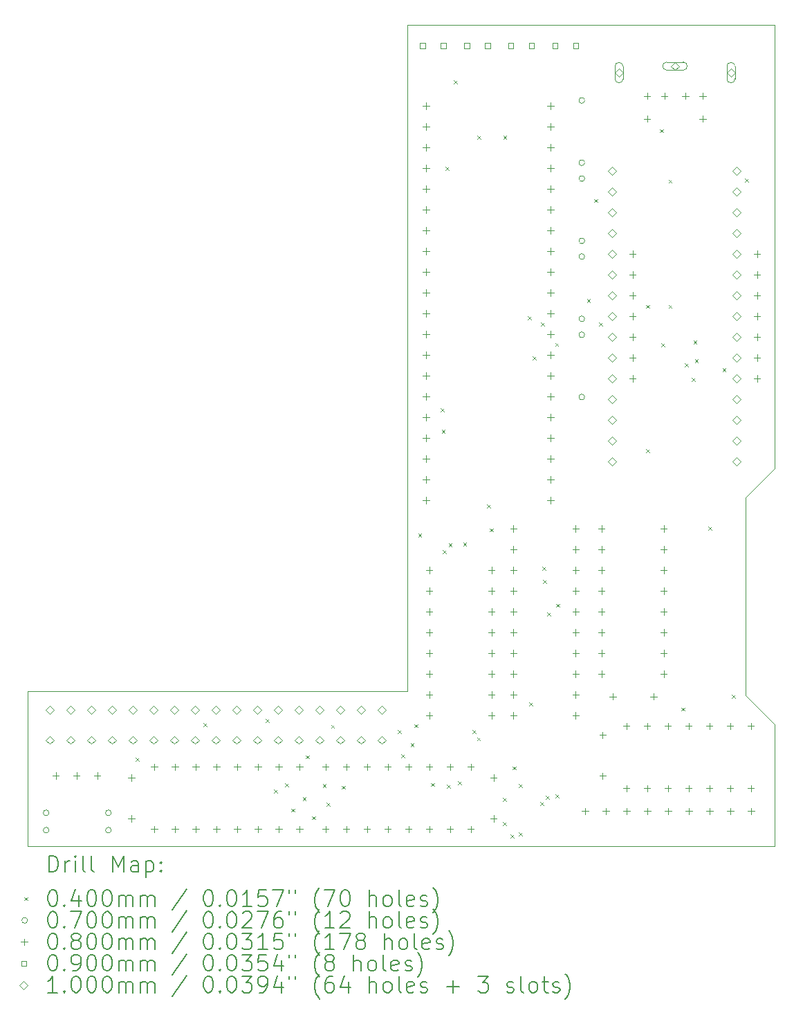
<source format=gbr>
%TF.GenerationSoftware,KiCad,Pcbnew,8.0.1*%
%TF.CreationDate,2024-06-09T23:46:03+01:00*%
%TF.ProjectId,BBC-PS2,4242432d-5053-4322-9e6b-696361645f70,rev?*%
%TF.SameCoordinates,Original*%
%TF.FileFunction,Drillmap*%
%TF.FilePolarity,Positive*%
%FSLAX45Y45*%
G04 Gerber Fmt 4.5, Leading zero omitted, Abs format (unit mm)*
G04 Created by KiCad (PCBNEW 8.0.1) date 2024-06-09 23:46:03*
%MOMM*%
%LPD*%
G01*
G04 APERTURE LIST*
%ADD10C,0.100000*%
%ADD11C,0.200000*%
G04 APERTURE END LIST*
D10*
X16062500Y-8617500D02*
X16420000Y-8260000D01*
X16420000Y-8260000D02*
X16420000Y-8190000D01*
X16062500Y-10880000D02*
X16062500Y-8617500D01*
X16062500Y-10880000D02*
X16062500Y-11035000D01*
X16062500Y-11035000D02*
X16420000Y-11392500D01*
X16420000Y-2832500D02*
X16420000Y-8190000D01*
X16420000Y-11392500D02*
X16420000Y-12882500D01*
X11927500Y-2832500D02*
X16420000Y-2832500D01*
X11927500Y-10990000D02*
X11927500Y-2832500D01*
X7280000Y-10990000D02*
X11927500Y-10990000D01*
X7280000Y-12882500D02*
X7280000Y-10990000D01*
X16420000Y-12882500D02*
X7280000Y-12882500D01*
D11*
D10*
X8597500Y-11800040D02*
X8637500Y-11840040D01*
X8637500Y-11800040D02*
X8597500Y-11840040D01*
X9430900Y-11378330D02*
X9470900Y-11418330D01*
X9470900Y-11378330D02*
X9430900Y-11418330D01*
X10193000Y-11324160D02*
X10233000Y-11364160D01*
X10233000Y-11324160D02*
X10193000Y-11364160D01*
X10294990Y-12187760D02*
X10334990Y-12227760D01*
X10334990Y-12187760D02*
X10294990Y-12227760D01*
X10428080Y-12115140D02*
X10468080Y-12155140D01*
X10468080Y-12115140D02*
X10428080Y-12155140D01*
X10502680Y-12422710D02*
X10542680Y-12462710D01*
X10542680Y-12422710D02*
X10502680Y-12462710D01*
X10644590Y-12280920D02*
X10684590Y-12320920D01*
X10684590Y-12280920D02*
X10644590Y-12320920D01*
X10684980Y-11771270D02*
X10724980Y-11811270D01*
X10724980Y-11771270D02*
X10684980Y-11811270D01*
X10761100Y-12517290D02*
X10801100Y-12557290D01*
X10801100Y-12517290D02*
X10761100Y-12557290D01*
X10889730Y-12123340D02*
X10929730Y-12163340D01*
X10929730Y-12123340D02*
X10889730Y-12163340D01*
X10935330Y-12352190D02*
X10975330Y-12392190D01*
X10975330Y-12352190D02*
X10935330Y-12392190D01*
X10990600Y-11397760D02*
X11030600Y-11437760D01*
X11030600Y-11397760D02*
X10990600Y-11437760D01*
X11122390Y-12143000D02*
X11162390Y-12183000D01*
X11162390Y-12143000D02*
X11122390Y-12183000D01*
X11805990Y-11462340D02*
X11845990Y-11502340D01*
X11845990Y-11462340D02*
X11805990Y-11502340D01*
X11852060Y-11761740D02*
X11892060Y-11801740D01*
X11892060Y-11761740D02*
X11852060Y-11801740D01*
X11965030Y-11623750D02*
X12005030Y-11663750D01*
X12005030Y-11623750D02*
X11965030Y-11663750D01*
X12012500Y-11389840D02*
X12052500Y-11429840D01*
X12052500Y-11389840D02*
X12012500Y-11429840D01*
X12057500Y-9060000D02*
X12097500Y-9100000D01*
X12097500Y-9060000D02*
X12057500Y-9100000D01*
X12214170Y-12109890D02*
X12254170Y-12149890D01*
X12254170Y-12109890D02*
X12214170Y-12149890D01*
X12330000Y-7522500D02*
X12370000Y-7562500D01*
X12370000Y-7522500D02*
X12330000Y-7562500D01*
X12346610Y-7788390D02*
X12386610Y-7828390D01*
X12386610Y-7788390D02*
X12346610Y-7828390D01*
X12358440Y-9262500D02*
X12398440Y-9302500D01*
X12398440Y-9262500D02*
X12358440Y-9302500D01*
X12395000Y-4572500D02*
X12435000Y-4612500D01*
X12435000Y-4572500D02*
X12395000Y-4612500D01*
X12410430Y-12133250D02*
X12450430Y-12173250D01*
X12450430Y-12133250D02*
X12410430Y-12173250D01*
X12430940Y-9177630D02*
X12470940Y-9217630D01*
X12470940Y-9177630D02*
X12430940Y-9217630D01*
X12492500Y-3515000D02*
X12532500Y-3555000D01*
X12532500Y-3515000D02*
X12492500Y-3555000D01*
X12542180Y-12088160D02*
X12582180Y-12128160D01*
X12582180Y-12088160D02*
X12542180Y-12128160D01*
X12607500Y-9167500D02*
X12647500Y-9207500D01*
X12647500Y-9167500D02*
X12607500Y-9207500D01*
X12722060Y-11462340D02*
X12762060Y-11502340D01*
X12762060Y-11462340D02*
X12722060Y-11502340D01*
X12777910Y-11551080D02*
X12817910Y-11591080D01*
X12817910Y-11551080D02*
X12777910Y-11591080D01*
X12782500Y-4192500D02*
X12822500Y-4232500D01*
X12822500Y-4192500D02*
X12782500Y-4232500D01*
X12902500Y-8702500D02*
X12942500Y-8742500D01*
X12942500Y-8702500D02*
X12902500Y-8742500D01*
X12935000Y-8995000D02*
X12975000Y-9035000D01*
X12975000Y-8995000D02*
X12935000Y-9035000D01*
X13096800Y-12590050D02*
X13136800Y-12630050D01*
X13136800Y-12590050D02*
X13096800Y-12630050D01*
X13098020Y-12289360D02*
X13138020Y-12329360D01*
X13138020Y-12289360D02*
X13098020Y-12329360D01*
X13100000Y-4192500D02*
X13140000Y-4232500D01*
X13140000Y-4192500D02*
X13100000Y-4232500D01*
X13190000Y-12742500D02*
X13230000Y-12782500D01*
X13230000Y-12742500D02*
X13190000Y-12782500D01*
X13210900Y-11906110D02*
X13250900Y-11946110D01*
X13250900Y-11906110D02*
X13210900Y-11946110D01*
X13290220Y-12717120D02*
X13330220Y-12757120D01*
X13330220Y-12717120D02*
X13290220Y-12757120D01*
X13291540Y-12120550D02*
X13331540Y-12160550D01*
X13331540Y-12120550D02*
X13291540Y-12160550D01*
X13400730Y-6398090D02*
X13440730Y-6438090D01*
X13440730Y-6398090D02*
X13400730Y-6438090D01*
X13417380Y-11123240D02*
X13457380Y-11163240D01*
X13457380Y-11123240D02*
X13417380Y-11163240D01*
X13460650Y-6891740D02*
X13500650Y-6931740D01*
X13500650Y-6891740D02*
X13460650Y-6931740D01*
X13554660Y-12340900D02*
X13594660Y-12380900D01*
X13594660Y-12340900D02*
X13554660Y-12380900D01*
X13563670Y-6477940D02*
X13603670Y-6517940D01*
X13603670Y-6477940D02*
X13563670Y-6517940D01*
X13575220Y-9465170D02*
X13615220Y-9505170D01*
X13615220Y-9465170D02*
X13575220Y-9505170D01*
X13588290Y-9624110D02*
X13628290Y-9664110D01*
X13628290Y-9624110D02*
X13588290Y-9664110D01*
X13621710Y-12266280D02*
X13661710Y-12306280D01*
X13661710Y-12266280D02*
X13621710Y-12306280D01*
X13638140Y-10024030D02*
X13678140Y-10064030D01*
X13678140Y-10024030D02*
X13638140Y-10064030D01*
X13735000Y-6724200D02*
X13775000Y-6764200D01*
X13775000Y-6724200D02*
X13735000Y-6764200D01*
X13739880Y-12249600D02*
X13779880Y-12289600D01*
X13779880Y-12249600D02*
X13739880Y-12289600D01*
X13749660Y-9917570D02*
X13789660Y-9957570D01*
X13789660Y-9917570D02*
X13749660Y-9957570D01*
X14124270Y-6187760D02*
X14164270Y-6227760D01*
X14164270Y-6187760D02*
X14124270Y-6227760D01*
X14212500Y-4965000D02*
X14252500Y-5005000D01*
X14252500Y-4965000D02*
X14212500Y-5005000D01*
X14273930Y-6474740D02*
X14313930Y-6514740D01*
X14313930Y-6474740D02*
X14273930Y-6514740D01*
X14846720Y-6258640D02*
X14886720Y-6298640D01*
X14886720Y-6258640D02*
X14846720Y-6298640D01*
X14846720Y-8027390D02*
X14886720Y-8067390D01*
X14886720Y-8027390D02*
X14846720Y-8067390D01*
X15015300Y-4109490D02*
X15055300Y-4149490D01*
X15055300Y-4109490D02*
X15015300Y-4149490D01*
X15032500Y-6727500D02*
X15072500Y-6767500D01*
X15072500Y-6727500D02*
X15032500Y-6767500D01*
X15121600Y-4727000D02*
X15161600Y-4767000D01*
X15161600Y-4727000D02*
X15121600Y-4767000D01*
X15121600Y-6258640D02*
X15161600Y-6298640D01*
X15161600Y-6258640D02*
X15121600Y-6298640D01*
X15280410Y-11187500D02*
X15320410Y-11227500D01*
X15320410Y-11187500D02*
X15280410Y-11227500D01*
X15321500Y-6975940D02*
X15361500Y-7015940D01*
X15361500Y-6975940D02*
X15321500Y-7015940D01*
X15405420Y-7151510D02*
X15445420Y-7191510D01*
X15445420Y-7151510D02*
X15405420Y-7191510D01*
X15427450Y-6695510D02*
X15467450Y-6735510D01*
X15467450Y-6695510D02*
X15427450Y-6735510D01*
X15445370Y-6925730D02*
X15485370Y-6965730D01*
X15485370Y-6925730D02*
X15445370Y-6965730D01*
X15607500Y-8976000D02*
X15647500Y-9016000D01*
X15647500Y-8976000D02*
X15607500Y-9016000D01*
X15783590Y-7031310D02*
X15823590Y-7071310D01*
X15823590Y-7031310D02*
X15783590Y-7071310D01*
X15897500Y-11032000D02*
X15937500Y-11072000D01*
X15937500Y-11032000D02*
X15897500Y-11072000D01*
X16057500Y-4715000D02*
X16097500Y-4755000D01*
X16097500Y-4715000D02*
X16057500Y-4755000D01*
X7539000Y-12475000D02*
G75*
G02*
X7469000Y-12475000I-35000J0D01*
G01*
X7469000Y-12475000D02*
G75*
G02*
X7539000Y-12475000I35000J0D01*
G01*
X7539000Y-12687500D02*
G75*
G02*
X7469000Y-12687500I-35000J0D01*
G01*
X7469000Y-12687500D02*
G75*
G02*
X7539000Y-12687500I35000J0D01*
G01*
X8301000Y-12475000D02*
G75*
G02*
X8231000Y-12475000I-35000J0D01*
G01*
X8231000Y-12475000D02*
G75*
G02*
X8301000Y-12475000I35000J0D01*
G01*
X8301000Y-12687500D02*
G75*
G02*
X8231000Y-12687500I-35000J0D01*
G01*
X8231000Y-12687500D02*
G75*
G02*
X8301000Y-12687500I35000J0D01*
G01*
X14095000Y-3757500D02*
G75*
G02*
X14025000Y-3757500I-35000J0D01*
G01*
X14025000Y-3757500D02*
G75*
G02*
X14095000Y-3757500I35000J0D01*
G01*
X14095000Y-4519500D02*
G75*
G02*
X14025000Y-4519500I-35000J0D01*
G01*
X14025000Y-4519500D02*
G75*
G02*
X14095000Y-4519500I35000J0D01*
G01*
X14095000Y-4713500D02*
G75*
G02*
X14025000Y-4713500I-35000J0D01*
G01*
X14025000Y-4713500D02*
G75*
G02*
X14095000Y-4713500I35000J0D01*
G01*
X14095000Y-5475500D02*
G75*
G02*
X14025000Y-5475500I-35000J0D01*
G01*
X14025000Y-5475500D02*
G75*
G02*
X14095000Y-5475500I35000J0D01*
G01*
X14095000Y-5668500D02*
G75*
G02*
X14025000Y-5668500I-35000J0D01*
G01*
X14025000Y-5668500D02*
G75*
G02*
X14095000Y-5668500I35000J0D01*
G01*
X14095000Y-6430500D02*
G75*
G02*
X14025000Y-6430500I-35000J0D01*
G01*
X14025000Y-6430500D02*
G75*
G02*
X14095000Y-6430500I35000J0D01*
G01*
X14095000Y-6626000D02*
G75*
G02*
X14025000Y-6626000I-35000J0D01*
G01*
X14025000Y-6626000D02*
G75*
G02*
X14095000Y-6626000I35000J0D01*
G01*
X14095000Y-7388000D02*
G75*
G02*
X14025000Y-7388000I-35000J0D01*
G01*
X14025000Y-7388000D02*
G75*
G02*
X14095000Y-7388000I35000J0D01*
G01*
X7620500Y-11980000D02*
X7620500Y-12060000D01*
X7580500Y-12020000D02*
X7660500Y-12020000D01*
X7874500Y-11980000D02*
X7874500Y-12060000D01*
X7834500Y-12020000D02*
X7914500Y-12020000D01*
X8128500Y-11980000D02*
X8128500Y-12060000D01*
X8088500Y-12020000D02*
X8168500Y-12020000D01*
X8548000Y-12004700D02*
X8548000Y-12084700D01*
X8508000Y-12044700D02*
X8588000Y-12044700D01*
X8548000Y-12504700D02*
X8548000Y-12584700D01*
X8508000Y-12544700D02*
X8588000Y-12544700D01*
X8828100Y-11872700D02*
X8828100Y-11952700D01*
X8788100Y-11912700D02*
X8868100Y-11912700D01*
X8828100Y-12634700D02*
X8828100Y-12714700D01*
X8788100Y-12674700D02*
X8868100Y-12674700D01*
X9082100Y-11872700D02*
X9082100Y-11952700D01*
X9042100Y-11912700D02*
X9122100Y-11912700D01*
X9082100Y-12634700D02*
X9082100Y-12714700D01*
X9042100Y-12674700D02*
X9122100Y-12674700D01*
X9336100Y-11872700D02*
X9336100Y-11952700D01*
X9296100Y-11912700D02*
X9376100Y-11912700D01*
X9336100Y-12634700D02*
X9336100Y-12714700D01*
X9296100Y-12674700D02*
X9376100Y-12674700D01*
X9590100Y-11872700D02*
X9590100Y-11952700D01*
X9550100Y-11912700D02*
X9630100Y-11912700D01*
X9590100Y-12634700D02*
X9590100Y-12714700D01*
X9550100Y-12674700D02*
X9630100Y-12674700D01*
X9844100Y-11872700D02*
X9844100Y-11952700D01*
X9804100Y-11912700D02*
X9884100Y-11912700D01*
X9844100Y-12634700D02*
X9844100Y-12714700D01*
X9804100Y-12674700D02*
X9884100Y-12674700D01*
X10098100Y-11872700D02*
X10098100Y-11952700D01*
X10058100Y-11912700D02*
X10138100Y-11912700D01*
X10098100Y-12634700D02*
X10098100Y-12714700D01*
X10058100Y-12674700D02*
X10138100Y-12674700D01*
X10352100Y-11872700D02*
X10352100Y-11952700D01*
X10312100Y-11912700D02*
X10392100Y-11912700D01*
X10352100Y-12634700D02*
X10352100Y-12714700D01*
X10312100Y-12674700D02*
X10392100Y-12674700D01*
X10606100Y-11872700D02*
X10606100Y-11952700D01*
X10566100Y-11912700D02*
X10646100Y-11912700D01*
X10606100Y-12634700D02*
X10606100Y-12714700D01*
X10566100Y-12674700D02*
X10646100Y-12674700D01*
X10923600Y-11872700D02*
X10923600Y-11952700D01*
X10883600Y-11912700D02*
X10963600Y-11912700D01*
X10923600Y-12634700D02*
X10923600Y-12714700D01*
X10883600Y-12674700D02*
X10963600Y-12674700D01*
X11177600Y-11872700D02*
X11177600Y-11952700D01*
X11137600Y-11912700D02*
X11217600Y-11912700D01*
X11177600Y-12634700D02*
X11177600Y-12714700D01*
X11137600Y-12674700D02*
X11217600Y-12674700D01*
X11431600Y-11872700D02*
X11431600Y-11952700D01*
X11391600Y-11912700D02*
X11471600Y-11912700D01*
X11431600Y-12634700D02*
X11431600Y-12714700D01*
X11391600Y-12674700D02*
X11471600Y-12674700D01*
X11685600Y-11872700D02*
X11685600Y-11952700D01*
X11645600Y-11912700D02*
X11725600Y-11912700D01*
X11685600Y-12634700D02*
X11685600Y-12714700D01*
X11645600Y-12674700D02*
X11725600Y-12674700D01*
X11939600Y-11872700D02*
X11939600Y-11952700D01*
X11899600Y-11912700D02*
X11979600Y-11912700D01*
X11939600Y-12634700D02*
X11939600Y-12714700D01*
X11899600Y-12674700D02*
X11979600Y-12674700D01*
X12153400Y-3783200D02*
X12153400Y-3863200D01*
X12113400Y-3823200D02*
X12193400Y-3823200D01*
X12153400Y-4037200D02*
X12153400Y-4117200D01*
X12113400Y-4077200D02*
X12193400Y-4077200D01*
X12153400Y-4291200D02*
X12153400Y-4371200D01*
X12113400Y-4331200D02*
X12193400Y-4331200D01*
X12153400Y-4545200D02*
X12153400Y-4625200D01*
X12113400Y-4585200D02*
X12193400Y-4585200D01*
X12153400Y-4799200D02*
X12153400Y-4879200D01*
X12113400Y-4839200D02*
X12193400Y-4839200D01*
X12153400Y-5053200D02*
X12153400Y-5133200D01*
X12113400Y-5093200D02*
X12193400Y-5093200D01*
X12153400Y-5307200D02*
X12153400Y-5387200D01*
X12113400Y-5347200D02*
X12193400Y-5347200D01*
X12153400Y-5561200D02*
X12153400Y-5641200D01*
X12113400Y-5601200D02*
X12193400Y-5601200D01*
X12153400Y-5815200D02*
X12153400Y-5895200D01*
X12113400Y-5855200D02*
X12193400Y-5855200D01*
X12153400Y-6069200D02*
X12153400Y-6149200D01*
X12113400Y-6109200D02*
X12193400Y-6109200D01*
X12153400Y-6323200D02*
X12153400Y-6403200D01*
X12113400Y-6363200D02*
X12193400Y-6363200D01*
X12153400Y-6577200D02*
X12153400Y-6657200D01*
X12113400Y-6617200D02*
X12193400Y-6617200D01*
X12153400Y-6831200D02*
X12153400Y-6911200D01*
X12113400Y-6871200D02*
X12193400Y-6871200D01*
X12153400Y-7085200D02*
X12153400Y-7165200D01*
X12113400Y-7125200D02*
X12193400Y-7125200D01*
X12153400Y-7339200D02*
X12153400Y-7419200D01*
X12113400Y-7379200D02*
X12193400Y-7379200D01*
X12153400Y-7593200D02*
X12153400Y-7673200D01*
X12113400Y-7633200D02*
X12193400Y-7633200D01*
X12153400Y-7847200D02*
X12153400Y-7927200D01*
X12113400Y-7887200D02*
X12193400Y-7887200D01*
X12153400Y-8101200D02*
X12153400Y-8181200D01*
X12113400Y-8141200D02*
X12193400Y-8141200D01*
X12153400Y-8355200D02*
X12153400Y-8435200D01*
X12113400Y-8395200D02*
X12193400Y-8395200D01*
X12153400Y-8609200D02*
X12153400Y-8689200D01*
X12113400Y-8649200D02*
X12193400Y-8649200D01*
X12192500Y-9467000D02*
X12192500Y-9547000D01*
X12152500Y-9507000D02*
X12232500Y-9507000D01*
X12192500Y-9721000D02*
X12192500Y-9801000D01*
X12152500Y-9761000D02*
X12232500Y-9761000D01*
X12192500Y-9975000D02*
X12192500Y-10055000D01*
X12152500Y-10015000D02*
X12232500Y-10015000D01*
X12192500Y-10229000D02*
X12192500Y-10309000D01*
X12152500Y-10269000D02*
X12232500Y-10269000D01*
X12192500Y-10483000D02*
X12192500Y-10563000D01*
X12152500Y-10523000D02*
X12232500Y-10523000D01*
X12192500Y-10737000D02*
X12192500Y-10817000D01*
X12152500Y-10777000D02*
X12232500Y-10777000D01*
X12192500Y-10991000D02*
X12192500Y-11071000D01*
X12152500Y-11031000D02*
X12232500Y-11031000D01*
X12192500Y-11245000D02*
X12192500Y-11325000D01*
X12152500Y-11285000D02*
X12232500Y-11285000D01*
X12193600Y-11872700D02*
X12193600Y-11952700D01*
X12153600Y-11912700D02*
X12233600Y-11912700D01*
X12193600Y-12634700D02*
X12193600Y-12714700D01*
X12153600Y-12674700D02*
X12233600Y-12674700D01*
X12447600Y-11872700D02*
X12447600Y-11952700D01*
X12407600Y-11912700D02*
X12487600Y-11912700D01*
X12447600Y-12634700D02*
X12447600Y-12714700D01*
X12407600Y-12674700D02*
X12487600Y-12674700D01*
X12701600Y-11872700D02*
X12701600Y-11952700D01*
X12661600Y-11912700D02*
X12741600Y-11912700D01*
X12701600Y-12634700D02*
X12701600Y-12714700D01*
X12661600Y-12674700D02*
X12741600Y-12674700D01*
X12954500Y-9467000D02*
X12954500Y-9547000D01*
X12914500Y-9507000D02*
X12994500Y-9507000D01*
X12954500Y-9721000D02*
X12954500Y-9801000D01*
X12914500Y-9761000D02*
X12994500Y-9761000D01*
X12954500Y-9975000D02*
X12954500Y-10055000D01*
X12914500Y-10015000D02*
X12994500Y-10015000D01*
X12954500Y-10229000D02*
X12954500Y-10309000D01*
X12914500Y-10269000D02*
X12994500Y-10269000D01*
X12954500Y-10483000D02*
X12954500Y-10563000D01*
X12914500Y-10523000D02*
X12994500Y-10523000D01*
X12954500Y-10737000D02*
X12954500Y-10817000D01*
X12914500Y-10777000D02*
X12994500Y-10777000D01*
X12954500Y-10991000D02*
X12954500Y-11071000D01*
X12914500Y-11031000D02*
X12994500Y-11031000D01*
X12954500Y-11245000D02*
X12954500Y-11325000D01*
X12914500Y-11285000D02*
X12994500Y-11285000D01*
X12980500Y-12004700D02*
X12980500Y-12084700D01*
X12940500Y-12044700D02*
X13020500Y-12044700D01*
X12980500Y-12504700D02*
X12980500Y-12584700D01*
X12940500Y-12544700D02*
X13020500Y-12544700D01*
X13224000Y-8958000D02*
X13224000Y-9038000D01*
X13184000Y-8998000D02*
X13264000Y-8998000D01*
X13224000Y-9212000D02*
X13224000Y-9292000D01*
X13184000Y-9252000D02*
X13264000Y-9252000D01*
X13224000Y-9466000D02*
X13224000Y-9546000D01*
X13184000Y-9506000D02*
X13264000Y-9506000D01*
X13224000Y-9720000D02*
X13224000Y-9800000D01*
X13184000Y-9760000D02*
X13264000Y-9760000D01*
X13224000Y-9974000D02*
X13224000Y-10054000D01*
X13184000Y-10014000D02*
X13264000Y-10014000D01*
X13224000Y-10228000D02*
X13224000Y-10308000D01*
X13184000Y-10268000D02*
X13264000Y-10268000D01*
X13224000Y-10482000D02*
X13224000Y-10562000D01*
X13184000Y-10522000D02*
X13264000Y-10522000D01*
X13224000Y-10736000D02*
X13224000Y-10816000D01*
X13184000Y-10776000D02*
X13264000Y-10776000D01*
X13224000Y-10990000D02*
X13224000Y-11070000D01*
X13184000Y-11030000D02*
X13264000Y-11030000D01*
X13224000Y-11244000D02*
X13224000Y-11324000D01*
X13184000Y-11284000D02*
X13264000Y-11284000D01*
X13677400Y-3783200D02*
X13677400Y-3863200D01*
X13637400Y-3823200D02*
X13717400Y-3823200D01*
X13677400Y-4037200D02*
X13677400Y-4117200D01*
X13637400Y-4077200D02*
X13717400Y-4077200D01*
X13677400Y-4291200D02*
X13677400Y-4371200D01*
X13637400Y-4331200D02*
X13717400Y-4331200D01*
X13677400Y-4545200D02*
X13677400Y-4625200D01*
X13637400Y-4585200D02*
X13717400Y-4585200D01*
X13677400Y-4799200D02*
X13677400Y-4879200D01*
X13637400Y-4839200D02*
X13717400Y-4839200D01*
X13677400Y-5053200D02*
X13677400Y-5133200D01*
X13637400Y-5093200D02*
X13717400Y-5093200D01*
X13677400Y-5307200D02*
X13677400Y-5387200D01*
X13637400Y-5347200D02*
X13717400Y-5347200D01*
X13677400Y-5561200D02*
X13677400Y-5641200D01*
X13637400Y-5601200D02*
X13717400Y-5601200D01*
X13677400Y-5815200D02*
X13677400Y-5895200D01*
X13637400Y-5855200D02*
X13717400Y-5855200D01*
X13677400Y-6069200D02*
X13677400Y-6149200D01*
X13637400Y-6109200D02*
X13717400Y-6109200D01*
X13677400Y-6323200D02*
X13677400Y-6403200D01*
X13637400Y-6363200D02*
X13717400Y-6363200D01*
X13677400Y-6577200D02*
X13677400Y-6657200D01*
X13637400Y-6617200D02*
X13717400Y-6617200D01*
X13677400Y-6831200D02*
X13677400Y-6911200D01*
X13637400Y-6871200D02*
X13717400Y-6871200D01*
X13677400Y-7085200D02*
X13677400Y-7165200D01*
X13637400Y-7125200D02*
X13717400Y-7125200D01*
X13677400Y-7339200D02*
X13677400Y-7419200D01*
X13637400Y-7379200D02*
X13717400Y-7379200D01*
X13677400Y-7593200D02*
X13677400Y-7673200D01*
X13637400Y-7633200D02*
X13717400Y-7633200D01*
X13677400Y-7847200D02*
X13677400Y-7927200D01*
X13637400Y-7887200D02*
X13717400Y-7887200D01*
X13677400Y-8101200D02*
X13677400Y-8181200D01*
X13637400Y-8141200D02*
X13717400Y-8141200D01*
X13677400Y-8355200D02*
X13677400Y-8435200D01*
X13637400Y-8395200D02*
X13717400Y-8395200D01*
X13677400Y-8609200D02*
X13677400Y-8689200D01*
X13637400Y-8649200D02*
X13717400Y-8649200D01*
X13986000Y-8958000D02*
X13986000Y-9038000D01*
X13946000Y-8998000D02*
X14026000Y-8998000D01*
X13986000Y-9212000D02*
X13986000Y-9292000D01*
X13946000Y-9252000D02*
X14026000Y-9252000D01*
X13986000Y-9466000D02*
X13986000Y-9546000D01*
X13946000Y-9506000D02*
X14026000Y-9506000D01*
X13986000Y-9720000D02*
X13986000Y-9800000D01*
X13946000Y-9760000D02*
X14026000Y-9760000D01*
X13986000Y-9974000D02*
X13986000Y-10054000D01*
X13946000Y-10014000D02*
X14026000Y-10014000D01*
X13986000Y-10228000D02*
X13986000Y-10308000D01*
X13946000Y-10268000D02*
X14026000Y-10268000D01*
X13986000Y-10482000D02*
X13986000Y-10562000D01*
X13946000Y-10522000D02*
X14026000Y-10522000D01*
X13986000Y-10736000D02*
X13986000Y-10816000D01*
X13946000Y-10776000D02*
X14026000Y-10776000D01*
X13986000Y-10990000D02*
X13986000Y-11070000D01*
X13946000Y-11030000D02*
X14026000Y-11030000D01*
X13986000Y-11244000D02*
X13986000Y-11324000D01*
X13946000Y-11284000D02*
X14026000Y-11284000D01*
X14102000Y-12415500D02*
X14102000Y-12495500D01*
X14062000Y-12455500D02*
X14142000Y-12455500D01*
X14302500Y-8956000D02*
X14302500Y-9036000D01*
X14262500Y-8996000D02*
X14342500Y-8996000D01*
X14302500Y-9210000D02*
X14302500Y-9290000D01*
X14262500Y-9250000D02*
X14342500Y-9250000D01*
X14302500Y-9464000D02*
X14302500Y-9544000D01*
X14262500Y-9504000D02*
X14342500Y-9504000D01*
X14302500Y-9718000D02*
X14302500Y-9798000D01*
X14262500Y-9758000D02*
X14342500Y-9758000D01*
X14302500Y-9972000D02*
X14302500Y-10052000D01*
X14262500Y-10012000D02*
X14342500Y-10012000D01*
X14302500Y-10226000D02*
X14302500Y-10306000D01*
X14262500Y-10266000D02*
X14342500Y-10266000D01*
X14302500Y-10480000D02*
X14302500Y-10560000D01*
X14262500Y-10520000D02*
X14342500Y-10520000D01*
X14302500Y-10734000D02*
X14302500Y-10814000D01*
X14262500Y-10774000D02*
X14342500Y-10774000D01*
X14316000Y-11482500D02*
X14316000Y-11562500D01*
X14276000Y-11522500D02*
X14356000Y-11522500D01*
X14316000Y-11982500D02*
X14316000Y-12062500D01*
X14276000Y-12022500D02*
X14356000Y-12022500D01*
X14356000Y-12415500D02*
X14356000Y-12495500D01*
X14316000Y-12455500D02*
X14396000Y-12455500D01*
X14438700Y-11012000D02*
X14438700Y-11092000D01*
X14398700Y-11052000D02*
X14478700Y-11052000D01*
X14606000Y-11373000D02*
X14606000Y-11453000D01*
X14566000Y-11413000D02*
X14646000Y-11413000D01*
X14606000Y-12135000D02*
X14606000Y-12215000D01*
X14566000Y-12175000D02*
X14646000Y-12175000D01*
X14610000Y-12415500D02*
X14610000Y-12495500D01*
X14570000Y-12455500D02*
X14650000Y-12455500D01*
X14683500Y-5596000D02*
X14683500Y-5676000D01*
X14643500Y-5636000D02*
X14723500Y-5636000D01*
X14683500Y-5850000D02*
X14683500Y-5930000D01*
X14643500Y-5890000D02*
X14723500Y-5890000D01*
X14683500Y-6104000D02*
X14683500Y-6184000D01*
X14643500Y-6144000D02*
X14723500Y-6144000D01*
X14683500Y-6358000D02*
X14683500Y-6438000D01*
X14643500Y-6398000D02*
X14723500Y-6398000D01*
X14683500Y-6612000D02*
X14683500Y-6692000D01*
X14643500Y-6652000D02*
X14723500Y-6652000D01*
X14683500Y-6866000D02*
X14683500Y-6946000D01*
X14643500Y-6906000D02*
X14723500Y-6906000D01*
X14683500Y-7120000D02*
X14683500Y-7200000D01*
X14643500Y-7160000D02*
X14723500Y-7160000D01*
X14860000Y-11373000D02*
X14860000Y-11453000D01*
X14820000Y-11413000D02*
X14900000Y-11413000D01*
X14860000Y-12135000D02*
X14860000Y-12215000D01*
X14820000Y-12175000D02*
X14900000Y-12175000D01*
X14860900Y-3662700D02*
X14860900Y-3742700D01*
X14820900Y-3702700D02*
X14900900Y-3702700D01*
X14860900Y-3942700D02*
X14860900Y-4022700D01*
X14820900Y-3982700D02*
X14900900Y-3982700D01*
X14864000Y-12415500D02*
X14864000Y-12495500D01*
X14824000Y-12455500D02*
X14904000Y-12455500D01*
X14938700Y-11012000D02*
X14938700Y-11092000D01*
X14898700Y-11052000D02*
X14978700Y-11052000D01*
X15064500Y-8956000D02*
X15064500Y-9036000D01*
X15024500Y-8996000D02*
X15104500Y-8996000D01*
X15064500Y-9210000D02*
X15064500Y-9290000D01*
X15024500Y-9250000D02*
X15104500Y-9250000D01*
X15064500Y-9464000D02*
X15064500Y-9544000D01*
X15024500Y-9504000D02*
X15104500Y-9504000D01*
X15064500Y-9718000D02*
X15064500Y-9798000D01*
X15024500Y-9758000D02*
X15104500Y-9758000D01*
X15064500Y-9972000D02*
X15064500Y-10052000D01*
X15024500Y-10012000D02*
X15104500Y-10012000D01*
X15064500Y-10226000D02*
X15064500Y-10306000D01*
X15024500Y-10266000D02*
X15104500Y-10266000D01*
X15064500Y-10480000D02*
X15064500Y-10560000D01*
X15024500Y-10520000D02*
X15104500Y-10520000D01*
X15064500Y-10734000D02*
X15064500Y-10814000D01*
X15024500Y-10774000D02*
X15104500Y-10774000D01*
X15070900Y-3662700D02*
X15070900Y-3742700D01*
X15030900Y-3702700D02*
X15110900Y-3702700D01*
X15114000Y-11373000D02*
X15114000Y-11453000D01*
X15074000Y-11413000D02*
X15154000Y-11413000D01*
X15114000Y-12135000D02*
X15114000Y-12215000D01*
X15074000Y-12175000D02*
X15154000Y-12175000D01*
X15118000Y-12415500D02*
X15118000Y-12495500D01*
X15078000Y-12455500D02*
X15158000Y-12455500D01*
X15330900Y-3662700D02*
X15330900Y-3742700D01*
X15290900Y-3702700D02*
X15370900Y-3702700D01*
X15368000Y-11373000D02*
X15368000Y-11453000D01*
X15328000Y-11413000D02*
X15408000Y-11413000D01*
X15368000Y-12135000D02*
X15368000Y-12215000D01*
X15328000Y-12175000D02*
X15408000Y-12175000D01*
X15372000Y-12415500D02*
X15372000Y-12495500D01*
X15332000Y-12455500D02*
X15412000Y-12455500D01*
X15540900Y-3662700D02*
X15540900Y-3742700D01*
X15500900Y-3702700D02*
X15580900Y-3702700D01*
X15540900Y-3942700D02*
X15540900Y-4022700D01*
X15500900Y-3982700D02*
X15580900Y-3982700D01*
X15622000Y-11373000D02*
X15622000Y-11453000D01*
X15582000Y-11413000D02*
X15662000Y-11413000D01*
X15622000Y-12135000D02*
X15622000Y-12215000D01*
X15582000Y-12175000D02*
X15662000Y-12175000D01*
X15626000Y-12415500D02*
X15626000Y-12495500D01*
X15586000Y-12455500D02*
X15666000Y-12455500D01*
X15876000Y-11373000D02*
X15876000Y-11453000D01*
X15836000Y-11413000D02*
X15916000Y-11413000D01*
X15876000Y-12135000D02*
X15876000Y-12215000D01*
X15836000Y-12175000D02*
X15916000Y-12175000D01*
X15880000Y-12415500D02*
X15880000Y-12495500D01*
X15840000Y-12455500D02*
X15920000Y-12455500D01*
X16130000Y-11373000D02*
X16130000Y-11453000D01*
X16090000Y-11413000D02*
X16170000Y-11413000D01*
X16130000Y-12135000D02*
X16130000Y-12215000D01*
X16090000Y-12175000D02*
X16170000Y-12175000D01*
X16134000Y-12415500D02*
X16134000Y-12495500D01*
X16094000Y-12455500D02*
X16174000Y-12455500D01*
X16207500Y-5596000D02*
X16207500Y-5676000D01*
X16167500Y-5636000D02*
X16247500Y-5636000D01*
X16207500Y-5850000D02*
X16207500Y-5930000D01*
X16167500Y-5890000D02*
X16247500Y-5890000D01*
X16207500Y-6104000D02*
X16207500Y-6184000D01*
X16167500Y-6144000D02*
X16247500Y-6144000D01*
X16207500Y-6358000D02*
X16207500Y-6438000D01*
X16167500Y-6398000D02*
X16247500Y-6398000D01*
X16207500Y-6612000D02*
X16207500Y-6692000D01*
X16167500Y-6652000D02*
X16247500Y-6652000D01*
X16207500Y-6866000D02*
X16207500Y-6946000D01*
X16167500Y-6906000D02*
X16247500Y-6906000D01*
X16207500Y-7120000D02*
X16207500Y-7200000D01*
X16167500Y-7160000D02*
X16247500Y-7160000D01*
X12142820Y-3117920D02*
X12142820Y-3054280D01*
X12079180Y-3054280D01*
X12079180Y-3117920D01*
X12142820Y-3117920D01*
X12396820Y-3117920D02*
X12396820Y-3054280D01*
X12333180Y-3054280D01*
X12333180Y-3117920D01*
X12396820Y-3117920D01*
X12684620Y-3117920D02*
X12684620Y-3054280D01*
X12620980Y-3054280D01*
X12620980Y-3117920D01*
X12684620Y-3117920D01*
X12938620Y-3117920D02*
X12938620Y-3054280D01*
X12874980Y-3054280D01*
X12874980Y-3117920D01*
X12938620Y-3117920D01*
X13222820Y-3117920D02*
X13222820Y-3054280D01*
X13159180Y-3054280D01*
X13159180Y-3117920D01*
X13222820Y-3117920D01*
X13476820Y-3117920D02*
X13476820Y-3054280D01*
X13413180Y-3054280D01*
X13413180Y-3117920D01*
X13476820Y-3117920D01*
X13764320Y-3117920D02*
X13764320Y-3054280D01*
X13700680Y-3054280D01*
X13700680Y-3117920D01*
X13764320Y-3117920D01*
X14018320Y-3117920D02*
X14018320Y-3054280D01*
X13954680Y-3054280D01*
X13954680Y-3117920D01*
X14018320Y-3117920D01*
X7545800Y-11634700D02*
X7595800Y-11584700D01*
X7545800Y-11534700D01*
X7495800Y-11584700D01*
X7545800Y-11634700D01*
X7546000Y-11267500D02*
X7596000Y-11217500D01*
X7546000Y-11167500D01*
X7496000Y-11217500D01*
X7546000Y-11267500D01*
X7799800Y-11634700D02*
X7849800Y-11584700D01*
X7799800Y-11534700D01*
X7749800Y-11584700D01*
X7799800Y-11634700D01*
X7800000Y-11267500D02*
X7850000Y-11217500D01*
X7800000Y-11167500D01*
X7750000Y-11217500D01*
X7800000Y-11267500D01*
X8053800Y-11634700D02*
X8103800Y-11584700D01*
X8053800Y-11534700D01*
X8003800Y-11584700D01*
X8053800Y-11634700D01*
X8054000Y-11267500D02*
X8104000Y-11217500D01*
X8054000Y-11167500D01*
X8004000Y-11217500D01*
X8054000Y-11267500D01*
X8307800Y-11634700D02*
X8357800Y-11584700D01*
X8307800Y-11534700D01*
X8257800Y-11584700D01*
X8307800Y-11634700D01*
X8308000Y-11267500D02*
X8358000Y-11217500D01*
X8308000Y-11167500D01*
X8258000Y-11217500D01*
X8308000Y-11267500D01*
X8561800Y-11634700D02*
X8611800Y-11584700D01*
X8561800Y-11534700D01*
X8511800Y-11584700D01*
X8561800Y-11634700D01*
X8562000Y-11267500D02*
X8612000Y-11217500D01*
X8562000Y-11167500D01*
X8512000Y-11217500D01*
X8562000Y-11267500D01*
X8815800Y-11634700D02*
X8865800Y-11584700D01*
X8815800Y-11534700D01*
X8765800Y-11584700D01*
X8815800Y-11634700D01*
X8816000Y-11267500D02*
X8866000Y-11217500D01*
X8816000Y-11167500D01*
X8766000Y-11217500D01*
X8816000Y-11267500D01*
X9069800Y-11634700D02*
X9119800Y-11584700D01*
X9069800Y-11534700D01*
X9019800Y-11584700D01*
X9069800Y-11634700D01*
X9070000Y-11267500D02*
X9120000Y-11217500D01*
X9070000Y-11167500D01*
X9020000Y-11217500D01*
X9070000Y-11267500D01*
X9323800Y-11634700D02*
X9373800Y-11584700D01*
X9323800Y-11534700D01*
X9273800Y-11584700D01*
X9323800Y-11634700D01*
X9324000Y-11267500D02*
X9374000Y-11217500D01*
X9324000Y-11167500D01*
X9274000Y-11217500D01*
X9324000Y-11267500D01*
X9577800Y-11634700D02*
X9627800Y-11584700D01*
X9577800Y-11534700D01*
X9527800Y-11584700D01*
X9577800Y-11634700D01*
X9578000Y-11267500D02*
X9628000Y-11217500D01*
X9578000Y-11167500D01*
X9528000Y-11217500D01*
X9578000Y-11267500D01*
X9831800Y-11634700D02*
X9881800Y-11584700D01*
X9831800Y-11534700D01*
X9781800Y-11584700D01*
X9831800Y-11634700D01*
X9832000Y-11267500D02*
X9882000Y-11217500D01*
X9832000Y-11167500D01*
X9782000Y-11217500D01*
X9832000Y-11267500D01*
X10085800Y-11634700D02*
X10135800Y-11584700D01*
X10085800Y-11534700D01*
X10035800Y-11584700D01*
X10085800Y-11634700D01*
X10086000Y-11267500D02*
X10136000Y-11217500D01*
X10086000Y-11167500D01*
X10036000Y-11217500D01*
X10086000Y-11267500D01*
X10339800Y-11634700D02*
X10389800Y-11584700D01*
X10339800Y-11534700D01*
X10289800Y-11584700D01*
X10339800Y-11634700D01*
X10340000Y-11267500D02*
X10390000Y-11217500D01*
X10340000Y-11167500D01*
X10290000Y-11217500D01*
X10340000Y-11267500D01*
X10593800Y-11634700D02*
X10643800Y-11584700D01*
X10593800Y-11534700D01*
X10543800Y-11584700D01*
X10593800Y-11634700D01*
X10594000Y-11267500D02*
X10644000Y-11217500D01*
X10594000Y-11167500D01*
X10544000Y-11217500D01*
X10594000Y-11267500D01*
X10847800Y-11634700D02*
X10897800Y-11584700D01*
X10847800Y-11534700D01*
X10797800Y-11584700D01*
X10847800Y-11634700D01*
X10848000Y-11267500D02*
X10898000Y-11217500D01*
X10848000Y-11167500D01*
X10798000Y-11217500D01*
X10848000Y-11267500D01*
X11101800Y-11634700D02*
X11151800Y-11584700D01*
X11101800Y-11534700D01*
X11051800Y-11584700D01*
X11101800Y-11634700D01*
X11102000Y-11267500D02*
X11152000Y-11217500D01*
X11102000Y-11167500D01*
X11052000Y-11217500D01*
X11102000Y-11267500D01*
X11355800Y-11634700D02*
X11405800Y-11584700D01*
X11355800Y-11534700D01*
X11305800Y-11584700D01*
X11355800Y-11634700D01*
X11356000Y-11267500D02*
X11406000Y-11217500D01*
X11356000Y-11167500D01*
X11306000Y-11217500D01*
X11356000Y-11267500D01*
X11609800Y-11634700D02*
X11659800Y-11584700D01*
X11609800Y-11534700D01*
X11559800Y-11584700D01*
X11609800Y-11634700D01*
X11610000Y-11267500D02*
X11660000Y-11217500D01*
X11610000Y-11167500D01*
X11560000Y-11217500D01*
X11610000Y-11267500D01*
X14431000Y-4670000D02*
X14481000Y-4620000D01*
X14431000Y-4570000D01*
X14381000Y-4620000D01*
X14431000Y-4670000D01*
X14431000Y-4924000D02*
X14481000Y-4874000D01*
X14431000Y-4824000D01*
X14381000Y-4874000D01*
X14431000Y-4924000D01*
X14431000Y-5178000D02*
X14481000Y-5128000D01*
X14431000Y-5078000D01*
X14381000Y-5128000D01*
X14431000Y-5178000D01*
X14431000Y-5432000D02*
X14481000Y-5382000D01*
X14431000Y-5332000D01*
X14381000Y-5382000D01*
X14431000Y-5432000D01*
X14431000Y-5686000D02*
X14481000Y-5636000D01*
X14431000Y-5586000D01*
X14381000Y-5636000D01*
X14431000Y-5686000D01*
X14431000Y-5940000D02*
X14481000Y-5890000D01*
X14431000Y-5840000D01*
X14381000Y-5890000D01*
X14431000Y-5940000D01*
X14431000Y-6194000D02*
X14481000Y-6144000D01*
X14431000Y-6094000D01*
X14381000Y-6144000D01*
X14431000Y-6194000D01*
X14431000Y-6448000D02*
X14481000Y-6398000D01*
X14431000Y-6348000D01*
X14381000Y-6398000D01*
X14431000Y-6448000D01*
X14431000Y-6702000D02*
X14481000Y-6652000D01*
X14431000Y-6602000D01*
X14381000Y-6652000D01*
X14431000Y-6702000D01*
X14431000Y-6956000D02*
X14481000Y-6906000D01*
X14431000Y-6856000D01*
X14381000Y-6906000D01*
X14431000Y-6956000D01*
X14431000Y-7210000D02*
X14481000Y-7160000D01*
X14431000Y-7110000D01*
X14381000Y-7160000D01*
X14431000Y-7210000D01*
X14431000Y-7464000D02*
X14481000Y-7414000D01*
X14431000Y-7364000D01*
X14381000Y-7414000D01*
X14431000Y-7464000D01*
X14431000Y-7718000D02*
X14481000Y-7668000D01*
X14431000Y-7618000D01*
X14381000Y-7668000D01*
X14431000Y-7718000D01*
X14431000Y-7972000D02*
X14481000Y-7922000D01*
X14431000Y-7872000D01*
X14381000Y-7922000D01*
X14431000Y-7972000D01*
X14431000Y-8226000D02*
X14481000Y-8176000D01*
X14431000Y-8126000D01*
X14381000Y-8176000D01*
X14431000Y-8226000D01*
X14515900Y-3467700D02*
X14565900Y-3417700D01*
X14515900Y-3367700D01*
X14465900Y-3417700D01*
X14515900Y-3467700D01*
X14565900Y-3492700D02*
X14565900Y-3342700D01*
X14465900Y-3342700D02*
G75*
G02*
X14565900Y-3342700I50000J0D01*
G01*
X14465900Y-3342700D02*
X14465900Y-3492700D01*
X14465900Y-3492700D02*
G75*
G03*
X14565900Y-3492700I50000J0D01*
G01*
X15200900Y-3387700D02*
X15250900Y-3337700D01*
X15200900Y-3287700D01*
X15150900Y-3337700D01*
X15200900Y-3387700D01*
X15300900Y-3287700D02*
X15100900Y-3287700D01*
X15100900Y-3387700D02*
G75*
G02*
X15100900Y-3287700I0J50000D01*
G01*
X15100900Y-3387700D02*
X15300900Y-3387700D01*
X15300900Y-3387700D02*
G75*
G03*
X15300900Y-3287700I0J50000D01*
G01*
X15885900Y-3467700D02*
X15935900Y-3417700D01*
X15885900Y-3367700D01*
X15835900Y-3417700D01*
X15885900Y-3467700D01*
X15935900Y-3492700D02*
X15935900Y-3342700D01*
X15835900Y-3342700D02*
G75*
G02*
X15935900Y-3342700I50000J0D01*
G01*
X15835900Y-3342700D02*
X15835900Y-3492700D01*
X15835900Y-3492700D02*
G75*
G03*
X15935900Y-3492700I50000J0D01*
G01*
X15955000Y-4670000D02*
X16005000Y-4620000D01*
X15955000Y-4570000D01*
X15905000Y-4620000D01*
X15955000Y-4670000D01*
X15955000Y-4924000D02*
X16005000Y-4874000D01*
X15955000Y-4824000D01*
X15905000Y-4874000D01*
X15955000Y-4924000D01*
X15955000Y-5178000D02*
X16005000Y-5128000D01*
X15955000Y-5078000D01*
X15905000Y-5128000D01*
X15955000Y-5178000D01*
X15955000Y-5432000D02*
X16005000Y-5382000D01*
X15955000Y-5332000D01*
X15905000Y-5382000D01*
X15955000Y-5432000D01*
X15955000Y-5686000D02*
X16005000Y-5636000D01*
X15955000Y-5586000D01*
X15905000Y-5636000D01*
X15955000Y-5686000D01*
X15955000Y-5940000D02*
X16005000Y-5890000D01*
X15955000Y-5840000D01*
X15905000Y-5890000D01*
X15955000Y-5940000D01*
X15955000Y-6194000D02*
X16005000Y-6144000D01*
X15955000Y-6094000D01*
X15905000Y-6144000D01*
X15955000Y-6194000D01*
X15955000Y-6448000D02*
X16005000Y-6398000D01*
X15955000Y-6348000D01*
X15905000Y-6398000D01*
X15955000Y-6448000D01*
X15955000Y-6702000D02*
X16005000Y-6652000D01*
X15955000Y-6602000D01*
X15905000Y-6652000D01*
X15955000Y-6702000D01*
X15955000Y-6956000D02*
X16005000Y-6906000D01*
X15955000Y-6856000D01*
X15905000Y-6906000D01*
X15955000Y-6956000D01*
X15955000Y-7210000D02*
X16005000Y-7160000D01*
X15955000Y-7110000D01*
X15905000Y-7160000D01*
X15955000Y-7210000D01*
X15955000Y-7464000D02*
X16005000Y-7414000D01*
X15955000Y-7364000D01*
X15905000Y-7414000D01*
X15955000Y-7464000D01*
X15955000Y-7718000D02*
X16005000Y-7668000D01*
X15955000Y-7618000D01*
X15905000Y-7668000D01*
X15955000Y-7718000D01*
X15955000Y-7972000D02*
X16005000Y-7922000D01*
X15955000Y-7872000D01*
X15905000Y-7922000D01*
X15955000Y-7972000D01*
X15955000Y-8226000D02*
X16005000Y-8176000D01*
X15955000Y-8126000D01*
X15905000Y-8176000D01*
X15955000Y-8226000D01*
D11*
X7535777Y-13198984D02*
X7535777Y-12998984D01*
X7535777Y-12998984D02*
X7583396Y-12998984D01*
X7583396Y-12998984D02*
X7611967Y-13008508D01*
X7611967Y-13008508D02*
X7631015Y-13027555D01*
X7631015Y-13027555D02*
X7640539Y-13046603D01*
X7640539Y-13046603D02*
X7650062Y-13084698D01*
X7650062Y-13084698D02*
X7650062Y-13113269D01*
X7650062Y-13113269D02*
X7640539Y-13151365D01*
X7640539Y-13151365D02*
X7631015Y-13170412D01*
X7631015Y-13170412D02*
X7611967Y-13189460D01*
X7611967Y-13189460D02*
X7583396Y-13198984D01*
X7583396Y-13198984D02*
X7535777Y-13198984D01*
X7735777Y-13198984D02*
X7735777Y-13065650D01*
X7735777Y-13103746D02*
X7745301Y-13084698D01*
X7745301Y-13084698D02*
X7754824Y-13075174D01*
X7754824Y-13075174D02*
X7773872Y-13065650D01*
X7773872Y-13065650D02*
X7792920Y-13065650D01*
X7859586Y-13198984D02*
X7859586Y-13065650D01*
X7859586Y-12998984D02*
X7850062Y-13008508D01*
X7850062Y-13008508D02*
X7859586Y-13018031D01*
X7859586Y-13018031D02*
X7869110Y-13008508D01*
X7869110Y-13008508D02*
X7859586Y-12998984D01*
X7859586Y-12998984D02*
X7859586Y-13018031D01*
X7983396Y-13198984D02*
X7964348Y-13189460D01*
X7964348Y-13189460D02*
X7954824Y-13170412D01*
X7954824Y-13170412D02*
X7954824Y-12998984D01*
X8088158Y-13198984D02*
X8069110Y-13189460D01*
X8069110Y-13189460D02*
X8059586Y-13170412D01*
X8059586Y-13170412D02*
X8059586Y-12998984D01*
X8316729Y-13198984D02*
X8316729Y-12998984D01*
X8316729Y-12998984D02*
X8383396Y-13141841D01*
X8383396Y-13141841D02*
X8450063Y-12998984D01*
X8450063Y-12998984D02*
X8450063Y-13198984D01*
X8631015Y-13198984D02*
X8631015Y-13094222D01*
X8631015Y-13094222D02*
X8621491Y-13075174D01*
X8621491Y-13075174D02*
X8602444Y-13065650D01*
X8602444Y-13065650D02*
X8564348Y-13065650D01*
X8564348Y-13065650D02*
X8545301Y-13075174D01*
X8631015Y-13189460D02*
X8611967Y-13198984D01*
X8611967Y-13198984D02*
X8564348Y-13198984D01*
X8564348Y-13198984D02*
X8545301Y-13189460D01*
X8545301Y-13189460D02*
X8535777Y-13170412D01*
X8535777Y-13170412D02*
X8535777Y-13151365D01*
X8535777Y-13151365D02*
X8545301Y-13132317D01*
X8545301Y-13132317D02*
X8564348Y-13122793D01*
X8564348Y-13122793D02*
X8611967Y-13122793D01*
X8611967Y-13122793D02*
X8631015Y-13113269D01*
X8726253Y-13065650D02*
X8726253Y-13265650D01*
X8726253Y-13075174D02*
X8745301Y-13065650D01*
X8745301Y-13065650D02*
X8783396Y-13065650D01*
X8783396Y-13065650D02*
X8802444Y-13075174D01*
X8802444Y-13075174D02*
X8811967Y-13084698D01*
X8811967Y-13084698D02*
X8821491Y-13103746D01*
X8821491Y-13103746D02*
X8821491Y-13160888D01*
X8821491Y-13160888D02*
X8811967Y-13179936D01*
X8811967Y-13179936D02*
X8802444Y-13189460D01*
X8802444Y-13189460D02*
X8783396Y-13198984D01*
X8783396Y-13198984D02*
X8745301Y-13198984D01*
X8745301Y-13198984D02*
X8726253Y-13189460D01*
X8907205Y-13179936D02*
X8916729Y-13189460D01*
X8916729Y-13189460D02*
X8907205Y-13198984D01*
X8907205Y-13198984D02*
X8897682Y-13189460D01*
X8897682Y-13189460D02*
X8907205Y-13179936D01*
X8907205Y-13179936D02*
X8907205Y-13198984D01*
X8907205Y-13075174D02*
X8916729Y-13084698D01*
X8916729Y-13084698D02*
X8907205Y-13094222D01*
X8907205Y-13094222D02*
X8897682Y-13084698D01*
X8897682Y-13084698D02*
X8907205Y-13075174D01*
X8907205Y-13075174D02*
X8907205Y-13094222D01*
D10*
X7235000Y-13507500D02*
X7275000Y-13547500D01*
X7275000Y-13507500D02*
X7235000Y-13547500D01*
D11*
X7573872Y-13418984D02*
X7592920Y-13418984D01*
X7592920Y-13418984D02*
X7611967Y-13428508D01*
X7611967Y-13428508D02*
X7621491Y-13438031D01*
X7621491Y-13438031D02*
X7631015Y-13457079D01*
X7631015Y-13457079D02*
X7640539Y-13495174D01*
X7640539Y-13495174D02*
X7640539Y-13542793D01*
X7640539Y-13542793D02*
X7631015Y-13580888D01*
X7631015Y-13580888D02*
X7621491Y-13599936D01*
X7621491Y-13599936D02*
X7611967Y-13609460D01*
X7611967Y-13609460D02*
X7592920Y-13618984D01*
X7592920Y-13618984D02*
X7573872Y-13618984D01*
X7573872Y-13618984D02*
X7554824Y-13609460D01*
X7554824Y-13609460D02*
X7545301Y-13599936D01*
X7545301Y-13599936D02*
X7535777Y-13580888D01*
X7535777Y-13580888D02*
X7526253Y-13542793D01*
X7526253Y-13542793D02*
X7526253Y-13495174D01*
X7526253Y-13495174D02*
X7535777Y-13457079D01*
X7535777Y-13457079D02*
X7545301Y-13438031D01*
X7545301Y-13438031D02*
X7554824Y-13428508D01*
X7554824Y-13428508D02*
X7573872Y-13418984D01*
X7726253Y-13599936D02*
X7735777Y-13609460D01*
X7735777Y-13609460D02*
X7726253Y-13618984D01*
X7726253Y-13618984D02*
X7716729Y-13609460D01*
X7716729Y-13609460D02*
X7726253Y-13599936D01*
X7726253Y-13599936D02*
X7726253Y-13618984D01*
X7907205Y-13485650D02*
X7907205Y-13618984D01*
X7859586Y-13409460D02*
X7811967Y-13552317D01*
X7811967Y-13552317D02*
X7935777Y-13552317D01*
X8050062Y-13418984D02*
X8069110Y-13418984D01*
X8069110Y-13418984D02*
X8088158Y-13428508D01*
X8088158Y-13428508D02*
X8097682Y-13438031D01*
X8097682Y-13438031D02*
X8107205Y-13457079D01*
X8107205Y-13457079D02*
X8116729Y-13495174D01*
X8116729Y-13495174D02*
X8116729Y-13542793D01*
X8116729Y-13542793D02*
X8107205Y-13580888D01*
X8107205Y-13580888D02*
X8097682Y-13599936D01*
X8097682Y-13599936D02*
X8088158Y-13609460D01*
X8088158Y-13609460D02*
X8069110Y-13618984D01*
X8069110Y-13618984D02*
X8050062Y-13618984D01*
X8050062Y-13618984D02*
X8031015Y-13609460D01*
X8031015Y-13609460D02*
X8021491Y-13599936D01*
X8021491Y-13599936D02*
X8011967Y-13580888D01*
X8011967Y-13580888D02*
X8002443Y-13542793D01*
X8002443Y-13542793D02*
X8002443Y-13495174D01*
X8002443Y-13495174D02*
X8011967Y-13457079D01*
X8011967Y-13457079D02*
X8021491Y-13438031D01*
X8021491Y-13438031D02*
X8031015Y-13428508D01*
X8031015Y-13428508D02*
X8050062Y-13418984D01*
X8240539Y-13418984D02*
X8259586Y-13418984D01*
X8259586Y-13418984D02*
X8278634Y-13428508D01*
X8278634Y-13428508D02*
X8288158Y-13438031D01*
X8288158Y-13438031D02*
X8297682Y-13457079D01*
X8297682Y-13457079D02*
X8307205Y-13495174D01*
X8307205Y-13495174D02*
X8307205Y-13542793D01*
X8307205Y-13542793D02*
X8297682Y-13580888D01*
X8297682Y-13580888D02*
X8288158Y-13599936D01*
X8288158Y-13599936D02*
X8278634Y-13609460D01*
X8278634Y-13609460D02*
X8259586Y-13618984D01*
X8259586Y-13618984D02*
X8240539Y-13618984D01*
X8240539Y-13618984D02*
X8221491Y-13609460D01*
X8221491Y-13609460D02*
X8211967Y-13599936D01*
X8211967Y-13599936D02*
X8202443Y-13580888D01*
X8202443Y-13580888D02*
X8192920Y-13542793D01*
X8192920Y-13542793D02*
X8192920Y-13495174D01*
X8192920Y-13495174D02*
X8202443Y-13457079D01*
X8202443Y-13457079D02*
X8211967Y-13438031D01*
X8211967Y-13438031D02*
X8221491Y-13428508D01*
X8221491Y-13428508D02*
X8240539Y-13418984D01*
X8392920Y-13618984D02*
X8392920Y-13485650D01*
X8392920Y-13504698D02*
X8402444Y-13495174D01*
X8402444Y-13495174D02*
X8421491Y-13485650D01*
X8421491Y-13485650D02*
X8450063Y-13485650D01*
X8450063Y-13485650D02*
X8469110Y-13495174D01*
X8469110Y-13495174D02*
X8478634Y-13514222D01*
X8478634Y-13514222D02*
X8478634Y-13618984D01*
X8478634Y-13514222D02*
X8488158Y-13495174D01*
X8488158Y-13495174D02*
X8507205Y-13485650D01*
X8507205Y-13485650D02*
X8535777Y-13485650D01*
X8535777Y-13485650D02*
X8554825Y-13495174D01*
X8554825Y-13495174D02*
X8564348Y-13514222D01*
X8564348Y-13514222D02*
X8564348Y-13618984D01*
X8659586Y-13618984D02*
X8659586Y-13485650D01*
X8659586Y-13504698D02*
X8669110Y-13495174D01*
X8669110Y-13495174D02*
X8688158Y-13485650D01*
X8688158Y-13485650D02*
X8716729Y-13485650D01*
X8716729Y-13485650D02*
X8735777Y-13495174D01*
X8735777Y-13495174D02*
X8745301Y-13514222D01*
X8745301Y-13514222D02*
X8745301Y-13618984D01*
X8745301Y-13514222D02*
X8754825Y-13495174D01*
X8754825Y-13495174D02*
X8773872Y-13485650D01*
X8773872Y-13485650D02*
X8802444Y-13485650D01*
X8802444Y-13485650D02*
X8821491Y-13495174D01*
X8821491Y-13495174D02*
X8831015Y-13514222D01*
X8831015Y-13514222D02*
X8831015Y-13618984D01*
X9221491Y-13409460D02*
X9050063Y-13666603D01*
X9478634Y-13418984D02*
X9497682Y-13418984D01*
X9497682Y-13418984D02*
X9516729Y-13428508D01*
X9516729Y-13428508D02*
X9526253Y-13438031D01*
X9526253Y-13438031D02*
X9535777Y-13457079D01*
X9535777Y-13457079D02*
X9545301Y-13495174D01*
X9545301Y-13495174D02*
X9545301Y-13542793D01*
X9545301Y-13542793D02*
X9535777Y-13580888D01*
X9535777Y-13580888D02*
X9526253Y-13599936D01*
X9526253Y-13599936D02*
X9516729Y-13609460D01*
X9516729Y-13609460D02*
X9497682Y-13618984D01*
X9497682Y-13618984D02*
X9478634Y-13618984D01*
X9478634Y-13618984D02*
X9459587Y-13609460D01*
X9459587Y-13609460D02*
X9450063Y-13599936D01*
X9450063Y-13599936D02*
X9440539Y-13580888D01*
X9440539Y-13580888D02*
X9431015Y-13542793D01*
X9431015Y-13542793D02*
X9431015Y-13495174D01*
X9431015Y-13495174D02*
X9440539Y-13457079D01*
X9440539Y-13457079D02*
X9450063Y-13438031D01*
X9450063Y-13438031D02*
X9459587Y-13428508D01*
X9459587Y-13428508D02*
X9478634Y-13418984D01*
X9631015Y-13599936D02*
X9640539Y-13609460D01*
X9640539Y-13609460D02*
X9631015Y-13618984D01*
X9631015Y-13618984D02*
X9621491Y-13609460D01*
X9621491Y-13609460D02*
X9631015Y-13599936D01*
X9631015Y-13599936D02*
X9631015Y-13618984D01*
X9764348Y-13418984D02*
X9783396Y-13418984D01*
X9783396Y-13418984D02*
X9802444Y-13428508D01*
X9802444Y-13428508D02*
X9811968Y-13438031D01*
X9811968Y-13438031D02*
X9821491Y-13457079D01*
X9821491Y-13457079D02*
X9831015Y-13495174D01*
X9831015Y-13495174D02*
X9831015Y-13542793D01*
X9831015Y-13542793D02*
X9821491Y-13580888D01*
X9821491Y-13580888D02*
X9811968Y-13599936D01*
X9811968Y-13599936D02*
X9802444Y-13609460D01*
X9802444Y-13609460D02*
X9783396Y-13618984D01*
X9783396Y-13618984D02*
X9764348Y-13618984D01*
X9764348Y-13618984D02*
X9745301Y-13609460D01*
X9745301Y-13609460D02*
X9735777Y-13599936D01*
X9735777Y-13599936D02*
X9726253Y-13580888D01*
X9726253Y-13580888D02*
X9716729Y-13542793D01*
X9716729Y-13542793D02*
X9716729Y-13495174D01*
X9716729Y-13495174D02*
X9726253Y-13457079D01*
X9726253Y-13457079D02*
X9735777Y-13438031D01*
X9735777Y-13438031D02*
X9745301Y-13428508D01*
X9745301Y-13428508D02*
X9764348Y-13418984D01*
X10021491Y-13618984D02*
X9907206Y-13618984D01*
X9964348Y-13618984D02*
X9964348Y-13418984D01*
X9964348Y-13418984D02*
X9945301Y-13447555D01*
X9945301Y-13447555D02*
X9926253Y-13466603D01*
X9926253Y-13466603D02*
X9907206Y-13476127D01*
X10202444Y-13418984D02*
X10107206Y-13418984D01*
X10107206Y-13418984D02*
X10097682Y-13514222D01*
X10097682Y-13514222D02*
X10107206Y-13504698D01*
X10107206Y-13504698D02*
X10126253Y-13495174D01*
X10126253Y-13495174D02*
X10173872Y-13495174D01*
X10173872Y-13495174D02*
X10192920Y-13504698D01*
X10192920Y-13504698D02*
X10202444Y-13514222D01*
X10202444Y-13514222D02*
X10211968Y-13533269D01*
X10211968Y-13533269D02*
X10211968Y-13580888D01*
X10211968Y-13580888D02*
X10202444Y-13599936D01*
X10202444Y-13599936D02*
X10192920Y-13609460D01*
X10192920Y-13609460D02*
X10173872Y-13618984D01*
X10173872Y-13618984D02*
X10126253Y-13618984D01*
X10126253Y-13618984D02*
X10107206Y-13609460D01*
X10107206Y-13609460D02*
X10097682Y-13599936D01*
X10278634Y-13418984D02*
X10411968Y-13418984D01*
X10411968Y-13418984D02*
X10326253Y-13618984D01*
X10478634Y-13418984D02*
X10478634Y-13457079D01*
X10554825Y-13418984D02*
X10554825Y-13457079D01*
X10850063Y-13695174D02*
X10840539Y-13685650D01*
X10840539Y-13685650D02*
X10821491Y-13657079D01*
X10821491Y-13657079D02*
X10811968Y-13638031D01*
X10811968Y-13638031D02*
X10802444Y-13609460D01*
X10802444Y-13609460D02*
X10792920Y-13561841D01*
X10792920Y-13561841D02*
X10792920Y-13523746D01*
X10792920Y-13523746D02*
X10802444Y-13476127D01*
X10802444Y-13476127D02*
X10811968Y-13447555D01*
X10811968Y-13447555D02*
X10821491Y-13428508D01*
X10821491Y-13428508D02*
X10840539Y-13399936D01*
X10840539Y-13399936D02*
X10850063Y-13390412D01*
X10907206Y-13418984D02*
X11040539Y-13418984D01*
X11040539Y-13418984D02*
X10954825Y-13618984D01*
X11154825Y-13418984D02*
X11173872Y-13418984D01*
X11173872Y-13418984D02*
X11192920Y-13428508D01*
X11192920Y-13428508D02*
X11202444Y-13438031D01*
X11202444Y-13438031D02*
X11211968Y-13457079D01*
X11211968Y-13457079D02*
X11221491Y-13495174D01*
X11221491Y-13495174D02*
X11221491Y-13542793D01*
X11221491Y-13542793D02*
X11211968Y-13580888D01*
X11211968Y-13580888D02*
X11202444Y-13599936D01*
X11202444Y-13599936D02*
X11192920Y-13609460D01*
X11192920Y-13609460D02*
X11173872Y-13618984D01*
X11173872Y-13618984D02*
X11154825Y-13618984D01*
X11154825Y-13618984D02*
X11135777Y-13609460D01*
X11135777Y-13609460D02*
X11126253Y-13599936D01*
X11126253Y-13599936D02*
X11116730Y-13580888D01*
X11116730Y-13580888D02*
X11107206Y-13542793D01*
X11107206Y-13542793D02*
X11107206Y-13495174D01*
X11107206Y-13495174D02*
X11116730Y-13457079D01*
X11116730Y-13457079D02*
X11126253Y-13438031D01*
X11126253Y-13438031D02*
X11135777Y-13428508D01*
X11135777Y-13428508D02*
X11154825Y-13418984D01*
X11459587Y-13618984D02*
X11459587Y-13418984D01*
X11545301Y-13618984D02*
X11545301Y-13514222D01*
X11545301Y-13514222D02*
X11535777Y-13495174D01*
X11535777Y-13495174D02*
X11516730Y-13485650D01*
X11516730Y-13485650D02*
X11488158Y-13485650D01*
X11488158Y-13485650D02*
X11469110Y-13495174D01*
X11469110Y-13495174D02*
X11459587Y-13504698D01*
X11669110Y-13618984D02*
X11650063Y-13609460D01*
X11650063Y-13609460D02*
X11640539Y-13599936D01*
X11640539Y-13599936D02*
X11631015Y-13580888D01*
X11631015Y-13580888D02*
X11631015Y-13523746D01*
X11631015Y-13523746D02*
X11640539Y-13504698D01*
X11640539Y-13504698D02*
X11650063Y-13495174D01*
X11650063Y-13495174D02*
X11669110Y-13485650D01*
X11669110Y-13485650D02*
X11697682Y-13485650D01*
X11697682Y-13485650D02*
X11716730Y-13495174D01*
X11716730Y-13495174D02*
X11726253Y-13504698D01*
X11726253Y-13504698D02*
X11735777Y-13523746D01*
X11735777Y-13523746D02*
X11735777Y-13580888D01*
X11735777Y-13580888D02*
X11726253Y-13599936D01*
X11726253Y-13599936D02*
X11716730Y-13609460D01*
X11716730Y-13609460D02*
X11697682Y-13618984D01*
X11697682Y-13618984D02*
X11669110Y-13618984D01*
X11850063Y-13618984D02*
X11831015Y-13609460D01*
X11831015Y-13609460D02*
X11821491Y-13590412D01*
X11821491Y-13590412D02*
X11821491Y-13418984D01*
X12002444Y-13609460D02*
X11983396Y-13618984D01*
X11983396Y-13618984D02*
X11945301Y-13618984D01*
X11945301Y-13618984D02*
X11926253Y-13609460D01*
X11926253Y-13609460D02*
X11916730Y-13590412D01*
X11916730Y-13590412D02*
X11916730Y-13514222D01*
X11916730Y-13514222D02*
X11926253Y-13495174D01*
X11926253Y-13495174D02*
X11945301Y-13485650D01*
X11945301Y-13485650D02*
X11983396Y-13485650D01*
X11983396Y-13485650D02*
X12002444Y-13495174D01*
X12002444Y-13495174D02*
X12011968Y-13514222D01*
X12011968Y-13514222D02*
X12011968Y-13533269D01*
X12011968Y-13533269D02*
X11916730Y-13552317D01*
X12088158Y-13609460D02*
X12107206Y-13618984D01*
X12107206Y-13618984D02*
X12145301Y-13618984D01*
X12145301Y-13618984D02*
X12164349Y-13609460D01*
X12164349Y-13609460D02*
X12173872Y-13590412D01*
X12173872Y-13590412D02*
X12173872Y-13580888D01*
X12173872Y-13580888D02*
X12164349Y-13561841D01*
X12164349Y-13561841D02*
X12145301Y-13552317D01*
X12145301Y-13552317D02*
X12116730Y-13552317D01*
X12116730Y-13552317D02*
X12097682Y-13542793D01*
X12097682Y-13542793D02*
X12088158Y-13523746D01*
X12088158Y-13523746D02*
X12088158Y-13514222D01*
X12088158Y-13514222D02*
X12097682Y-13495174D01*
X12097682Y-13495174D02*
X12116730Y-13485650D01*
X12116730Y-13485650D02*
X12145301Y-13485650D01*
X12145301Y-13485650D02*
X12164349Y-13495174D01*
X12240539Y-13695174D02*
X12250063Y-13685650D01*
X12250063Y-13685650D02*
X12269111Y-13657079D01*
X12269111Y-13657079D02*
X12278634Y-13638031D01*
X12278634Y-13638031D02*
X12288158Y-13609460D01*
X12288158Y-13609460D02*
X12297682Y-13561841D01*
X12297682Y-13561841D02*
X12297682Y-13523746D01*
X12297682Y-13523746D02*
X12288158Y-13476127D01*
X12288158Y-13476127D02*
X12278634Y-13447555D01*
X12278634Y-13447555D02*
X12269111Y-13428508D01*
X12269111Y-13428508D02*
X12250063Y-13399936D01*
X12250063Y-13399936D02*
X12240539Y-13390412D01*
D10*
X7275000Y-13791500D02*
G75*
G02*
X7205000Y-13791500I-35000J0D01*
G01*
X7205000Y-13791500D02*
G75*
G02*
X7275000Y-13791500I35000J0D01*
G01*
D11*
X7573872Y-13682984D02*
X7592920Y-13682984D01*
X7592920Y-13682984D02*
X7611967Y-13692508D01*
X7611967Y-13692508D02*
X7621491Y-13702031D01*
X7621491Y-13702031D02*
X7631015Y-13721079D01*
X7631015Y-13721079D02*
X7640539Y-13759174D01*
X7640539Y-13759174D02*
X7640539Y-13806793D01*
X7640539Y-13806793D02*
X7631015Y-13844888D01*
X7631015Y-13844888D02*
X7621491Y-13863936D01*
X7621491Y-13863936D02*
X7611967Y-13873460D01*
X7611967Y-13873460D02*
X7592920Y-13882984D01*
X7592920Y-13882984D02*
X7573872Y-13882984D01*
X7573872Y-13882984D02*
X7554824Y-13873460D01*
X7554824Y-13873460D02*
X7545301Y-13863936D01*
X7545301Y-13863936D02*
X7535777Y-13844888D01*
X7535777Y-13844888D02*
X7526253Y-13806793D01*
X7526253Y-13806793D02*
X7526253Y-13759174D01*
X7526253Y-13759174D02*
X7535777Y-13721079D01*
X7535777Y-13721079D02*
X7545301Y-13702031D01*
X7545301Y-13702031D02*
X7554824Y-13692508D01*
X7554824Y-13692508D02*
X7573872Y-13682984D01*
X7726253Y-13863936D02*
X7735777Y-13873460D01*
X7735777Y-13873460D02*
X7726253Y-13882984D01*
X7726253Y-13882984D02*
X7716729Y-13873460D01*
X7716729Y-13873460D02*
X7726253Y-13863936D01*
X7726253Y-13863936D02*
X7726253Y-13882984D01*
X7802443Y-13682984D02*
X7935777Y-13682984D01*
X7935777Y-13682984D02*
X7850062Y-13882984D01*
X8050062Y-13682984D02*
X8069110Y-13682984D01*
X8069110Y-13682984D02*
X8088158Y-13692508D01*
X8088158Y-13692508D02*
X8097682Y-13702031D01*
X8097682Y-13702031D02*
X8107205Y-13721079D01*
X8107205Y-13721079D02*
X8116729Y-13759174D01*
X8116729Y-13759174D02*
X8116729Y-13806793D01*
X8116729Y-13806793D02*
X8107205Y-13844888D01*
X8107205Y-13844888D02*
X8097682Y-13863936D01*
X8097682Y-13863936D02*
X8088158Y-13873460D01*
X8088158Y-13873460D02*
X8069110Y-13882984D01*
X8069110Y-13882984D02*
X8050062Y-13882984D01*
X8050062Y-13882984D02*
X8031015Y-13873460D01*
X8031015Y-13873460D02*
X8021491Y-13863936D01*
X8021491Y-13863936D02*
X8011967Y-13844888D01*
X8011967Y-13844888D02*
X8002443Y-13806793D01*
X8002443Y-13806793D02*
X8002443Y-13759174D01*
X8002443Y-13759174D02*
X8011967Y-13721079D01*
X8011967Y-13721079D02*
X8021491Y-13702031D01*
X8021491Y-13702031D02*
X8031015Y-13692508D01*
X8031015Y-13692508D02*
X8050062Y-13682984D01*
X8240539Y-13682984D02*
X8259586Y-13682984D01*
X8259586Y-13682984D02*
X8278634Y-13692508D01*
X8278634Y-13692508D02*
X8288158Y-13702031D01*
X8288158Y-13702031D02*
X8297682Y-13721079D01*
X8297682Y-13721079D02*
X8307205Y-13759174D01*
X8307205Y-13759174D02*
X8307205Y-13806793D01*
X8307205Y-13806793D02*
X8297682Y-13844888D01*
X8297682Y-13844888D02*
X8288158Y-13863936D01*
X8288158Y-13863936D02*
X8278634Y-13873460D01*
X8278634Y-13873460D02*
X8259586Y-13882984D01*
X8259586Y-13882984D02*
X8240539Y-13882984D01*
X8240539Y-13882984D02*
X8221491Y-13873460D01*
X8221491Y-13873460D02*
X8211967Y-13863936D01*
X8211967Y-13863936D02*
X8202443Y-13844888D01*
X8202443Y-13844888D02*
X8192920Y-13806793D01*
X8192920Y-13806793D02*
X8192920Y-13759174D01*
X8192920Y-13759174D02*
X8202443Y-13721079D01*
X8202443Y-13721079D02*
X8211967Y-13702031D01*
X8211967Y-13702031D02*
X8221491Y-13692508D01*
X8221491Y-13692508D02*
X8240539Y-13682984D01*
X8392920Y-13882984D02*
X8392920Y-13749650D01*
X8392920Y-13768698D02*
X8402444Y-13759174D01*
X8402444Y-13759174D02*
X8421491Y-13749650D01*
X8421491Y-13749650D02*
X8450063Y-13749650D01*
X8450063Y-13749650D02*
X8469110Y-13759174D01*
X8469110Y-13759174D02*
X8478634Y-13778222D01*
X8478634Y-13778222D02*
X8478634Y-13882984D01*
X8478634Y-13778222D02*
X8488158Y-13759174D01*
X8488158Y-13759174D02*
X8507205Y-13749650D01*
X8507205Y-13749650D02*
X8535777Y-13749650D01*
X8535777Y-13749650D02*
X8554825Y-13759174D01*
X8554825Y-13759174D02*
X8564348Y-13778222D01*
X8564348Y-13778222D02*
X8564348Y-13882984D01*
X8659586Y-13882984D02*
X8659586Y-13749650D01*
X8659586Y-13768698D02*
X8669110Y-13759174D01*
X8669110Y-13759174D02*
X8688158Y-13749650D01*
X8688158Y-13749650D02*
X8716729Y-13749650D01*
X8716729Y-13749650D02*
X8735777Y-13759174D01*
X8735777Y-13759174D02*
X8745301Y-13778222D01*
X8745301Y-13778222D02*
X8745301Y-13882984D01*
X8745301Y-13778222D02*
X8754825Y-13759174D01*
X8754825Y-13759174D02*
X8773872Y-13749650D01*
X8773872Y-13749650D02*
X8802444Y-13749650D01*
X8802444Y-13749650D02*
X8821491Y-13759174D01*
X8821491Y-13759174D02*
X8831015Y-13778222D01*
X8831015Y-13778222D02*
X8831015Y-13882984D01*
X9221491Y-13673460D02*
X9050063Y-13930603D01*
X9478634Y-13682984D02*
X9497682Y-13682984D01*
X9497682Y-13682984D02*
X9516729Y-13692508D01*
X9516729Y-13692508D02*
X9526253Y-13702031D01*
X9526253Y-13702031D02*
X9535777Y-13721079D01*
X9535777Y-13721079D02*
X9545301Y-13759174D01*
X9545301Y-13759174D02*
X9545301Y-13806793D01*
X9545301Y-13806793D02*
X9535777Y-13844888D01*
X9535777Y-13844888D02*
X9526253Y-13863936D01*
X9526253Y-13863936D02*
X9516729Y-13873460D01*
X9516729Y-13873460D02*
X9497682Y-13882984D01*
X9497682Y-13882984D02*
X9478634Y-13882984D01*
X9478634Y-13882984D02*
X9459587Y-13873460D01*
X9459587Y-13873460D02*
X9450063Y-13863936D01*
X9450063Y-13863936D02*
X9440539Y-13844888D01*
X9440539Y-13844888D02*
X9431015Y-13806793D01*
X9431015Y-13806793D02*
X9431015Y-13759174D01*
X9431015Y-13759174D02*
X9440539Y-13721079D01*
X9440539Y-13721079D02*
X9450063Y-13702031D01*
X9450063Y-13702031D02*
X9459587Y-13692508D01*
X9459587Y-13692508D02*
X9478634Y-13682984D01*
X9631015Y-13863936D02*
X9640539Y-13873460D01*
X9640539Y-13873460D02*
X9631015Y-13882984D01*
X9631015Y-13882984D02*
X9621491Y-13873460D01*
X9621491Y-13873460D02*
X9631015Y-13863936D01*
X9631015Y-13863936D02*
X9631015Y-13882984D01*
X9764348Y-13682984D02*
X9783396Y-13682984D01*
X9783396Y-13682984D02*
X9802444Y-13692508D01*
X9802444Y-13692508D02*
X9811968Y-13702031D01*
X9811968Y-13702031D02*
X9821491Y-13721079D01*
X9821491Y-13721079D02*
X9831015Y-13759174D01*
X9831015Y-13759174D02*
X9831015Y-13806793D01*
X9831015Y-13806793D02*
X9821491Y-13844888D01*
X9821491Y-13844888D02*
X9811968Y-13863936D01*
X9811968Y-13863936D02*
X9802444Y-13873460D01*
X9802444Y-13873460D02*
X9783396Y-13882984D01*
X9783396Y-13882984D02*
X9764348Y-13882984D01*
X9764348Y-13882984D02*
X9745301Y-13873460D01*
X9745301Y-13873460D02*
X9735777Y-13863936D01*
X9735777Y-13863936D02*
X9726253Y-13844888D01*
X9726253Y-13844888D02*
X9716729Y-13806793D01*
X9716729Y-13806793D02*
X9716729Y-13759174D01*
X9716729Y-13759174D02*
X9726253Y-13721079D01*
X9726253Y-13721079D02*
X9735777Y-13702031D01*
X9735777Y-13702031D02*
X9745301Y-13692508D01*
X9745301Y-13692508D02*
X9764348Y-13682984D01*
X9907206Y-13702031D02*
X9916729Y-13692508D01*
X9916729Y-13692508D02*
X9935777Y-13682984D01*
X9935777Y-13682984D02*
X9983396Y-13682984D01*
X9983396Y-13682984D02*
X10002444Y-13692508D01*
X10002444Y-13692508D02*
X10011968Y-13702031D01*
X10011968Y-13702031D02*
X10021491Y-13721079D01*
X10021491Y-13721079D02*
X10021491Y-13740127D01*
X10021491Y-13740127D02*
X10011968Y-13768698D01*
X10011968Y-13768698D02*
X9897682Y-13882984D01*
X9897682Y-13882984D02*
X10021491Y-13882984D01*
X10088158Y-13682984D02*
X10221491Y-13682984D01*
X10221491Y-13682984D02*
X10135777Y-13882984D01*
X10383396Y-13682984D02*
X10345301Y-13682984D01*
X10345301Y-13682984D02*
X10326253Y-13692508D01*
X10326253Y-13692508D02*
X10316729Y-13702031D01*
X10316729Y-13702031D02*
X10297682Y-13730603D01*
X10297682Y-13730603D02*
X10288158Y-13768698D01*
X10288158Y-13768698D02*
X10288158Y-13844888D01*
X10288158Y-13844888D02*
X10297682Y-13863936D01*
X10297682Y-13863936D02*
X10307206Y-13873460D01*
X10307206Y-13873460D02*
X10326253Y-13882984D01*
X10326253Y-13882984D02*
X10364349Y-13882984D01*
X10364349Y-13882984D02*
X10383396Y-13873460D01*
X10383396Y-13873460D02*
X10392920Y-13863936D01*
X10392920Y-13863936D02*
X10402444Y-13844888D01*
X10402444Y-13844888D02*
X10402444Y-13797269D01*
X10402444Y-13797269D02*
X10392920Y-13778222D01*
X10392920Y-13778222D02*
X10383396Y-13768698D01*
X10383396Y-13768698D02*
X10364349Y-13759174D01*
X10364349Y-13759174D02*
X10326253Y-13759174D01*
X10326253Y-13759174D02*
X10307206Y-13768698D01*
X10307206Y-13768698D02*
X10297682Y-13778222D01*
X10297682Y-13778222D02*
X10288158Y-13797269D01*
X10478634Y-13682984D02*
X10478634Y-13721079D01*
X10554825Y-13682984D02*
X10554825Y-13721079D01*
X10850063Y-13959174D02*
X10840539Y-13949650D01*
X10840539Y-13949650D02*
X10821491Y-13921079D01*
X10821491Y-13921079D02*
X10811968Y-13902031D01*
X10811968Y-13902031D02*
X10802444Y-13873460D01*
X10802444Y-13873460D02*
X10792920Y-13825841D01*
X10792920Y-13825841D02*
X10792920Y-13787746D01*
X10792920Y-13787746D02*
X10802444Y-13740127D01*
X10802444Y-13740127D02*
X10811968Y-13711555D01*
X10811968Y-13711555D02*
X10821491Y-13692508D01*
X10821491Y-13692508D02*
X10840539Y-13663936D01*
X10840539Y-13663936D02*
X10850063Y-13654412D01*
X11031015Y-13882984D02*
X10916730Y-13882984D01*
X10973872Y-13882984D02*
X10973872Y-13682984D01*
X10973872Y-13682984D02*
X10954825Y-13711555D01*
X10954825Y-13711555D02*
X10935777Y-13730603D01*
X10935777Y-13730603D02*
X10916730Y-13740127D01*
X11107206Y-13702031D02*
X11116730Y-13692508D01*
X11116730Y-13692508D02*
X11135777Y-13682984D01*
X11135777Y-13682984D02*
X11183396Y-13682984D01*
X11183396Y-13682984D02*
X11202444Y-13692508D01*
X11202444Y-13692508D02*
X11211968Y-13702031D01*
X11211968Y-13702031D02*
X11221491Y-13721079D01*
X11221491Y-13721079D02*
X11221491Y-13740127D01*
X11221491Y-13740127D02*
X11211968Y-13768698D01*
X11211968Y-13768698D02*
X11097682Y-13882984D01*
X11097682Y-13882984D02*
X11221491Y-13882984D01*
X11459587Y-13882984D02*
X11459587Y-13682984D01*
X11545301Y-13882984D02*
X11545301Y-13778222D01*
X11545301Y-13778222D02*
X11535777Y-13759174D01*
X11535777Y-13759174D02*
X11516730Y-13749650D01*
X11516730Y-13749650D02*
X11488158Y-13749650D01*
X11488158Y-13749650D02*
X11469110Y-13759174D01*
X11469110Y-13759174D02*
X11459587Y-13768698D01*
X11669110Y-13882984D02*
X11650063Y-13873460D01*
X11650063Y-13873460D02*
X11640539Y-13863936D01*
X11640539Y-13863936D02*
X11631015Y-13844888D01*
X11631015Y-13844888D02*
X11631015Y-13787746D01*
X11631015Y-13787746D02*
X11640539Y-13768698D01*
X11640539Y-13768698D02*
X11650063Y-13759174D01*
X11650063Y-13759174D02*
X11669110Y-13749650D01*
X11669110Y-13749650D02*
X11697682Y-13749650D01*
X11697682Y-13749650D02*
X11716730Y-13759174D01*
X11716730Y-13759174D02*
X11726253Y-13768698D01*
X11726253Y-13768698D02*
X11735777Y-13787746D01*
X11735777Y-13787746D02*
X11735777Y-13844888D01*
X11735777Y-13844888D02*
X11726253Y-13863936D01*
X11726253Y-13863936D02*
X11716730Y-13873460D01*
X11716730Y-13873460D02*
X11697682Y-13882984D01*
X11697682Y-13882984D02*
X11669110Y-13882984D01*
X11850063Y-13882984D02*
X11831015Y-13873460D01*
X11831015Y-13873460D02*
X11821491Y-13854412D01*
X11821491Y-13854412D02*
X11821491Y-13682984D01*
X12002444Y-13873460D02*
X11983396Y-13882984D01*
X11983396Y-13882984D02*
X11945301Y-13882984D01*
X11945301Y-13882984D02*
X11926253Y-13873460D01*
X11926253Y-13873460D02*
X11916730Y-13854412D01*
X11916730Y-13854412D02*
X11916730Y-13778222D01*
X11916730Y-13778222D02*
X11926253Y-13759174D01*
X11926253Y-13759174D02*
X11945301Y-13749650D01*
X11945301Y-13749650D02*
X11983396Y-13749650D01*
X11983396Y-13749650D02*
X12002444Y-13759174D01*
X12002444Y-13759174D02*
X12011968Y-13778222D01*
X12011968Y-13778222D02*
X12011968Y-13797269D01*
X12011968Y-13797269D02*
X11916730Y-13816317D01*
X12088158Y-13873460D02*
X12107206Y-13882984D01*
X12107206Y-13882984D02*
X12145301Y-13882984D01*
X12145301Y-13882984D02*
X12164349Y-13873460D01*
X12164349Y-13873460D02*
X12173872Y-13854412D01*
X12173872Y-13854412D02*
X12173872Y-13844888D01*
X12173872Y-13844888D02*
X12164349Y-13825841D01*
X12164349Y-13825841D02*
X12145301Y-13816317D01*
X12145301Y-13816317D02*
X12116730Y-13816317D01*
X12116730Y-13816317D02*
X12097682Y-13806793D01*
X12097682Y-13806793D02*
X12088158Y-13787746D01*
X12088158Y-13787746D02*
X12088158Y-13778222D01*
X12088158Y-13778222D02*
X12097682Y-13759174D01*
X12097682Y-13759174D02*
X12116730Y-13749650D01*
X12116730Y-13749650D02*
X12145301Y-13749650D01*
X12145301Y-13749650D02*
X12164349Y-13759174D01*
X12240539Y-13959174D02*
X12250063Y-13949650D01*
X12250063Y-13949650D02*
X12269111Y-13921079D01*
X12269111Y-13921079D02*
X12278634Y-13902031D01*
X12278634Y-13902031D02*
X12288158Y-13873460D01*
X12288158Y-13873460D02*
X12297682Y-13825841D01*
X12297682Y-13825841D02*
X12297682Y-13787746D01*
X12297682Y-13787746D02*
X12288158Y-13740127D01*
X12288158Y-13740127D02*
X12278634Y-13711555D01*
X12278634Y-13711555D02*
X12269111Y-13692508D01*
X12269111Y-13692508D02*
X12250063Y-13663936D01*
X12250063Y-13663936D02*
X12240539Y-13654412D01*
D10*
X7235000Y-14015500D02*
X7235000Y-14095500D01*
X7195000Y-14055500D02*
X7275000Y-14055500D01*
D11*
X7573872Y-13946984D02*
X7592920Y-13946984D01*
X7592920Y-13946984D02*
X7611967Y-13956508D01*
X7611967Y-13956508D02*
X7621491Y-13966031D01*
X7621491Y-13966031D02*
X7631015Y-13985079D01*
X7631015Y-13985079D02*
X7640539Y-14023174D01*
X7640539Y-14023174D02*
X7640539Y-14070793D01*
X7640539Y-14070793D02*
X7631015Y-14108888D01*
X7631015Y-14108888D02*
X7621491Y-14127936D01*
X7621491Y-14127936D02*
X7611967Y-14137460D01*
X7611967Y-14137460D02*
X7592920Y-14146984D01*
X7592920Y-14146984D02*
X7573872Y-14146984D01*
X7573872Y-14146984D02*
X7554824Y-14137460D01*
X7554824Y-14137460D02*
X7545301Y-14127936D01*
X7545301Y-14127936D02*
X7535777Y-14108888D01*
X7535777Y-14108888D02*
X7526253Y-14070793D01*
X7526253Y-14070793D02*
X7526253Y-14023174D01*
X7526253Y-14023174D02*
X7535777Y-13985079D01*
X7535777Y-13985079D02*
X7545301Y-13966031D01*
X7545301Y-13966031D02*
X7554824Y-13956508D01*
X7554824Y-13956508D02*
X7573872Y-13946984D01*
X7726253Y-14127936D02*
X7735777Y-14137460D01*
X7735777Y-14137460D02*
X7726253Y-14146984D01*
X7726253Y-14146984D02*
X7716729Y-14137460D01*
X7716729Y-14137460D02*
X7726253Y-14127936D01*
X7726253Y-14127936D02*
X7726253Y-14146984D01*
X7850062Y-14032698D02*
X7831015Y-14023174D01*
X7831015Y-14023174D02*
X7821491Y-14013650D01*
X7821491Y-14013650D02*
X7811967Y-13994603D01*
X7811967Y-13994603D02*
X7811967Y-13985079D01*
X7811967Y-13985079D02*
X7821491Y-13966031D01*
X7821491Y-13966031D02*
X7831015Y-13956508D01*
X7831015Y-13956508D02*
X7850062Y-13946984D01*
X7850062Y-13946984D02*
X7888158Y-13946984D01*
X7888158Y-13946984D02*
X7907205Y-13956508D01*
X7907205Y-13956508D02*
X7916729Y-13966031D01*
X7916729Y-13966031D02*
X7926253Y-13985079D01*
X7926253Y-13985079D02*
X7926253Y-13994603D01*
X7926253Y-13994603D02*
X7916729Y-14013650D01*
X7916729Y-14013650D02*
X7907205Y-14023174D01*
X7907205Y-14023174D02*
X7888158Y-14032698D01*
X7888158Y-14032698D02*
X7850062Y-14032698D01*
X7850062Y-14032698D02*
X7831015Y-14042222D01*
X7831015Y-14042222D02*
X7821491Y-14051746D01*
X7821491Y-14051746D02*
X7811967Y-14070793D01*
X7811967Y-14070793D02*
X7811967Y-14108888D01*
X7811967Y-14108888D02*
X7821491Y-14127936D01*
X7821491Y-14127936D02*
X7831015Y-14137460D01*
X7831015Y-14137460D02*
X7850062Y-14146984D01*
X7850062Y-14146984D02*
X7888158Y-14146984D01*
X7888158Y-14146984D02*
X7907205Y-14137460D01*
X7907205Y-14137460D02*
X7916729Y-14127936D01*
X7916729Y-14127936D02*
X7926253Y-14108888D01*
X7926253Y-14108888D02*
X7926253Y-14070793D01*
X7926253Y-14070793D02*
X7916729Y-14051746D01*
X7916729Y-14051746D02*
X7907205Y-14042222D01*
X7907205Y-14042222D02*
X7888158Y-14032698D01*
X8050062Y-13946984D02*
X8069110Y-13946984D01*
X8069110Y-13946984D02*
X8088158Y-13956508D01*
X8088158Y-13956508D02*
X8097682Y-13966031D01*
X8097682Y-13966031D02*
X8107205Y-13985079D01*
X8107205Y-13985079D02*
X8116729Y-14023174D01*
X8116729Y-14023174D02*
X8116729Y-14070793D01*
X8116729Y-14070793D02*
X8107205Y-14108888D01*
X8107205Y-14108888D02*
X8097682Y-14127936D01*
X8097682Y-14127936D02*
X8088158Y-14137460D01*
X8088158Y-14137460D02*
X8069110Y-14146984D01*
X8069110Y-14146984D02*
X8050062Y-14146984D01*
X8050062Y-14146984D02*
X8031015Y-14137460D01*
X8031015Y-14137460D02*
X8021491Y-14127936D01*
X8021491Y-14127936D02*
X8011967Y-14108888D01*
X8011967Y-14108888D02*
X8002443Y-14070793D01*
X8002443Y-14070793D02*
X8002443Y-14023174D01*
X8002443Y-14023174D02*
X8011967Y-13985079D01*
X8011967Y-13985079D02*
X8021491Y-13966031D01*
X8021491Y-13966031D02*
X8031015Y-13956508D01*
X8031015Y-13956508D02*
X8050062Y-13946984D01*
X8240539Y-13946984D02*
X8259586Y-13946984D01*
X8259586Y-13946984D02*
X8278634Y-13956508D01*
X8278634Y-13956508D02*
X8288158Y-13966031D01*
X8288158Y-13966031D02*
X8297682Y-13985079D01*
X8297682Y-13985079D02*
X8307205Y-14023174D01*
X8307205Y-14023174D02*
X8307205Y-14070793D01*
X8307205Y-14070793D02*
X8297682Y-14108888D01*
X8297682Y-14108888D02*
X8288158Y-14127936D01*
X8288158Y-14127936D02*
X8278634Y-14137460D01*
X8278634Y-14137460D02*
X8259586Y-14146984D01*
X8259586Y-14146984D02*
X8240539Y-14146984D01*
X8240539Y-14146984D02*
X8221491Y-14137460D01*
X8221491Y-14137460D02*
X8211967Y-14127936D01*
X8211967Y-14127936D02*
X8202443Y-14108888D01*
X8202443Y-14108888D02*
X8192920Y-14070793D01*
X8192920Y-14070793D02*
X8192920Y-14023174D01*
X8192920Y-14023174D02*
X8202443Y-13985079D01*
X8202443Y-13985079D02*
X8211967Y-13966031D01*
X8211967Y-13966031D02*
X8221491Y-13956508D01*
X8221491Y-13956508D02*
X8240539Y-13946984D01*
X8392920Y-14146984D02*
X8392920Y-14013650D01*
X8392920Y-14032698D02*
X8402444Y-14023174D01*
X8402444Y-14023174D02*
X8421491Y-14013650D01*
X8421491Y-14013650D02*
X8450063Y-14013650D01*
X8450063Y-14013650D02*
X8469110Y-14023174D01*
X8469110Y-14023174D02*
X8478634Y-14042222D01*
X8478634Y-14042222D02*
X8478634Y-14146984D01*
X8478634Y-14042222D02*
X8488158Y-14023174D01*
X8488158Y-14023174D02*
X8507205Y-14013650D01*
X8507205Y-14013650D02*
X8535777Y-14013650D01*
X8535777Y-14013650D02*
X8554825Y-14023174D01*
X8554825Y-14023174D02*
X8564348Y-14042222D01*
X8564348Y-14042222D02*
X8564348Y-14146984D01*
X8659586Y-14146984D02*
X8659586Y-14013650D01*
X8659586Y-14032698D02*
X8669110Y-14023174D01*
X8669110Y-14023174D02*
X8688158Y-14013650D01*
X8688158Y-14013650D02*
X8716729Y-14013650D01*
X8716729Y-14013650D02*
X8735777Y-14023174D01*
X8735777Y-14023174D02*
X8745301Y-14042222D01*
X8745301Y-14042222D02*
X8745301Y-14146984D01*
X8745301Y-14042222D02*
X8754825Y-14023174D01*
X8754825Y-14023174D02*
X8773872Y-14013650D01*
X8773872Y-14013650D02*
X8802444Y-14013650D01*
X8802444Y-14013650D02*
X8821491Y-14023174D01*
X8821491Y-14023174D02*
X8831015Y-14042222D01*
X8831015Y-14042222D02*
X8831015Y-14146984D01*
X9221491Y-13937460D02*
X9050063Y-14194603D01*
X9478634Y-13946984D02*
X9497682Y-13946984D01*
X9497682Y-13946984D02*
X9516729Y-13956508D01*
X9516729Y-13956508D02*
X9526253Y-13966031D01*
X9526253Y-13966031D02*
X9535777Y-13985079D01*
X9535777Y-13985079D02*
X9545301Y-14023174D01*
X9545301Y-14023174D02*
X9545301Y-14070793D01*
X9545301Y-14070793D02*
X9535777Y-14108888D01*
X9535777Y-14108888D02*
X9526253Y-14127936D01*
X9526253Y-14127936D02*
X9516729Y-14137460D01*
X9516729Y-14137460D02*
X9497682Y-14146984D01*
X9497682Y-14146984D02*
X9478634Y-14146984D01*
X9478634Y-14146984D02*
X9459587Y-14137460D01*
X9459587Y-14137460D02*
X9450063Y-14127936D01*
X9450063Y-14127936D02*
X9440539Y-14108888D01*
X9440539Y-14108888D02*
X9431015Y-14070793D01*
X9431015Y-14070793D02*
X9431015Y-14023174D01*
X9431015Y-14023174D02*
X9440539Y-13985079D01*
X9440539Y-13985079D02*
X9450063Y-13966031D01*
X9450063Y-13966031D02*
X9459587Y-13956508D01*
X9459587Y-13956508D02*
X9478634Y-13946984D01*
X9631015Y-14127936D02*
X9640539Y-14137460D01*
X9640539Y-14137460D02*
X9631015Y-14146984D01*
X9631015Y-14146984D02*
X9621491Y-14137460D01*
X9621491Y-14137460D02*
X9631015Y-14127936D01*
X9631015Y-14127936D02*
X9631015Y-14146984D01*
X9764348Y-13946984D02*
X9783396Y-13946984D01*
X9783396Y-13946984D02*
X9802444Y-13956508D01*
X9802444Y-13956508D02*
X9811968Y-13966031D01*
X9811968Y-13966031D02*
X9821491Y-13985079D01*
X9821491Y-13985079D02*
X9831015Y-14023174D01*
X9831015Y-14023174D02*
X9831015Y-14070793D01*
X9831015Y-14070793D02*
X9821491Y-14108888D01*
X9821491Y-14108888D02*
X9811968Y-14127936D01*
X9811968Y-14127936D02*
X9802444Y-14137460D01*
X9802444Y-14137460D02*
X9783396Y-14146984D01*
X9783396Y-14146984D02*
X9764348Y-14146984D01*
X9764348Y-14146984D02*
X9745301Y-14137460D01*
X9745301Y-14137460D02*
X9735777Y-14127936D01*
X9735777Y-14127936D02*
X9726253Y-14108888D01*
X9726253Y-14108888D02*
X9716729Y-14070793D01*
X9716729Y-14070793D02*
X9716729Y-14023174D01*
X9716729Y-14023174D02*
X9726253Y-13985079D01*
X9726253Y-13985079D02*
X9735777Y-13966031D01*
X9735777Y-13966031D02*
X9745301Y-13956508D01*
X9745301Y-13956508D02*
X9764348Y-13946984D01*
X9897682Y-13946984D02*
X10021491Y-13946984D01*
X10021491Y-13946984D02*
X9954825Y-14023174D01*
X9954825Y-14023174D02*
X9983396Y-14023174D01*
X9983396Y-14023174D02*
X10002444Y-14032698D01*
X10002444Y-14032698D02*
X10011968Y-14042222D01*
X10011968Y-14042222D02*
X10021491Y-14061269D01*
X10021491Y-14061269D02*
X10021491Y-14108888D01*
X10021491Y-14108888D02*
X10011968Y-14127936D01*
X10011968Y-14127936D02*
X10002444Y-14137460D01*
X10002444Y-14137460D02*
X9983396Y-14146984D01*
X9983396Y-14146984D02*
X9926253Y-14146984D01*
X9926253Y-14146984D02*
X9907206Y-14137460D01*
X9907206Y-14137460D02*
X9897682Y-14127936D01*
X10211968Y-14146984D02*
X10097682Y-14146984D01*
X10154825Y-14146984D02*
X10154825Y-13946984D01*
X10154825Y-13946984D02*
X10135777Y-13975555D01*
X10135777Y-13975555D02*
X10116729Y-13994603D01*
X10116729Y-13994603D02*
X10097682Y-14004127D01*
X10392920Y-13946984D02*
X10297682Y-13946984D01*
X10297682Y-13946984D02*
X10288158Y-14042222D01*
X10288158Y-14042222D02*
X10297682Y-14032698D01*
X10297682Y-14032698D02*
X10316729Y-14023174D01*
X10316729Y-14023174D02*
X10364349Y-14023174D01*
X10364349Y-14023174D02*
X10383396Y-14032698D01*
X10383396Y-14032698D02*
X10392920Y-14042222D01*
X10392920Y-14042222D02*
X10402444Y-14061269D01*
X10402444Y-14061269D02*
X10402444Y-14108888D01*
X10402444Y-14108888D02*
X10392920Y-14127936D01*
X10392920Y-14127936D02*
X10383396Y-14137460D01*
X10383396Y-14137460D02*
X10364349Y-14146984D01*
X10364349Y-14146984D02*
X10316729Y-14146984D01*
X10316729Y-14146984D02*
X10297682Y-14137460D01*
X10297682Y-14137460D02*
X10288158Y-14127936D01*
X10478634Y-13946984D02*
X10478634Y-13985079D01*
X10554825Y-13946984D02*
X10554825Y-13985079D01*
X10850063Y-14223174D02*
X10840539Y-14213650D01*
X10840539Y-14213650D02*
X10821491Y-14185079D01*
X10821491Y-14185079D02*
X10811968Y-14166031D01*
X10811968Y-14166031D02*
X10802444Y-14137460D01*
X10802444Y-14137460D02*
X10792920Y-14089841D01*
X10792920Y-14089841D02*
X10792920Y-14051746D01*
X10792920Y-14051746D02*
X10802444Y-14004127D01*
X10802444Y-14004127D02*
X10811968Y-13975555D01*
X10811968Y-13975555D02*
X10821491Y-13956508D01*
X10821491Y-13956508D02*
X10840539Y-13927936D01*
X10840539Y-13927936D02*
X10850063Y-13918412D01*
X11031015Y-14146984D02*
X10916730Y-14146984D01*
X10973872Y-14146984D02*
X10973872Y-13946984D01*
X10973872Y-13946984D02*
X10954825Y-13975555D01*
X10954825Y-13975555D02*
X10935777Y-13994603D01*
X10935777Y-13994603D02*
X10916730Y-14004127D01*
X11097682Y-13946984D02*
X11231015Y-13946984D01*
X11231015Y-13946984D02*
X11145301Y-14146984D01*
X11335777Y-14032698D02*
X11316729Y-14023174D01*
X11316729Y-14023174D02*
X11307206Y-14013650D01*
X11307206Y-14013650D02*
X11297682Y-13994603D01*
X11297682Y-13994603D02*
X11297682Y-13985079D01*
X11297682Y-13985079D02*
X11307206Y-13966031D01*
X11307206Y-13966031D02*
X11316729Y-13956508D01*
X11316729Y-13956508D02*
X11335777Y-13946984D01*
X11335777Y-13946984D02*
X11373872Y-13946984D01*
X11373872Y-13946984D02*
X11392920Y-13956508D01*
X11392920Y-13956508D02*
X11402444Y-13966031D01*
X11402444Y-13966031D02*
X11411968Y-13985079D01*
X11411968Y-13985079D02*
X11411968Y-13994603D01*
X11411968Y-13994603D02*
X11402444Y-14013650D01*
X11402444Y-14013650D02*
X11392920Y-14023174D01*
X11392920Y-14023174D02*
X11373872Y-14032698D01*
X11373872Y-14032698D02*
X11335777Y-14032698D01*
X11335777Y-14032698D02*
X11316729Y-14042222D01*
X11316729Y-14042222D02*
X11307206Y-14051746D01*
X11307206Y-14051746D02*
X11297682Y-14070793D01*
X11297682Y-14070793D02*
X11297682Y-14108888D01*
X11297682Y-14108888D02*
X11307206Y-14127936D01*
X11307206Y-14127936D02*
X11316729Y-14137460D01*
X11316729Y-14137460D02*
X11335777Y-14146984D01*
X11335777Y-14146984D02*
X11373872Y-14146984D01*
X11373872Y-14146984D02*
X11392920Y-14137460D01*
X11392920Y-14137460D02*
X11402444Y-14127936D01*
X11402444Y-14127936D02*
X11411968Y-14108888D01*
X11411968Y-14108888D02*
X11411968Y-14070793D01*
X11411968Y-14070793D02*
X11402444Y-14051746D01*
X11402444Y-14051746D02*
X11392920Y-14042222D01*
X11392920Y-14042222D02*
X11373872Y-14032698D01*
X11650063Y-14146984D02*
X11650063Y-13946984D01*
X11735777Y-14146984D02*
X11735777Y-14042222D01*
X11735777Y-14042222D02*
X11726253Y-14023174D01*
X11726253Y-14023174D02*
X11707206Y-14013650D01*
X11707206Y-14013650D02*
X11678634Y-14013650D01*
X11678634Y-14013650D02*
X11659587Y-14023174D01*
X11659587Y-14023174D02*
X11650063Y-14032698D01*
X11859587Y-14146984D02*
X11840539Y-14137460D01*
X11840539Y-14137460D02*
X11831015Y-14127936D01*
X11831015Y-14127936D02*
X11821491Y-14108888D01*
X11821491Y-14108888D02*
X11821491Y-14051746D01*
X11821491Y-14051746D02*
X11831015Y-14032698D01*
X11831015Y-14032698D02*
X11840539Y-14023174D01*
X11840539Y-14023174D02*
X11859587Y-14013650D01*
X11859587Y-14013650D02*
X11888158Y-14013650D01*
X11888158Y-14013650D02*
X11907206Y-14023174D01*
X11907206Y-14023174D02*
X11916730Y-14032698D01*
X11916730Y-14032698D02*
X11926253Y-14051746D01*
X11926253Y-14051746D02*
X11926253Y-14108888D01*
X11926253Y-14108888D02*
X11916730Y-14127936D01*
X11916730Y-14127936D02*
X11907206Y-14137460D01*
X11907206Y-14137460D02*
X11888158Y-14146984D01*
X11888158Y-14146984D02*
X11859587Y-14146984D01*
X12040539Y-14146984D02*
X12021491Y-14137460D01*
X12021491Y-14137460D02*
X12011968Y-14118412D01*
X12011968Y-14118412D02*
X12011968Y-13946984D01*
X12192920Y-14137460D02*
X12173872Y-14146984D01*
X12173872Y-14146984D02*
X12135777Y-14146984D01*
X12135777Y-14146984D02*
X12116730Y-14137460D01*
X12116730Y-14137460D02*
X12107206Y-14118412D01*
X12107206Y-14118412D02*
X12107206Y-14042222D01*
X12107206Y-14042222D02*
X12116730Y-14023174D01*
X12116730Y-14023174D02*
X12135777Y-14013650D01*
X12135777Y-14013650D02*
X12173872Y-14013650D01*
X12173872Y-14013650D02*
X12192920Y-14023174D01*
X12192920Y-14023174D02*
X12202444Y-14042222D01*
X12202444Y-14042222D02*
X12202444Y-14061269D01*
X12202444Y-14061269D02*
X12107206Y-14080317D01*
X12278634Y-14137460D02*
X12297682Y-14146984D01*
X12297682Y-14146984D02*
X12335777Y-14146984D01*
X12335777Y-14146984D02*
X12354825Y-14137460D01*
X12354825Y-14137460D02*
X12364349Y-14118412D01*
X12364349Y-14118412D02*
X12364349Y-14108888D01*
X12364349Y-14108888D02*
X12354825Y-14089841D01*
X12354825Y-14089841D02*
X12335777Y-14080317D01*
X12335777Y-14080317D02*
X12307206Y-14080317D01*
X12307206Y-14080317D02*
X12288158Y-14070793D01*
X12288158Y-14070793D02*
X12278634Y-14051746D01*
X12278634Y-14051746D02*
X12278634Y-14042222D01*
X12278634Y-14042222D02*
X12288158Y-14023174D01*
X12288158Y-14023174D02*
X12307206Y-14013650D01*
X12307206Y-14013650D02*
X12335777Y-14013650D01*
X12335777Y-14013650D02*
X12354825Y-14023174D01*
X12431015Y-14223174D02*
X12440539Y-14213650D01*
X12440539Y-14213650D02*
X12459587Y-14185079D01*
X12459587Y-14185079D02*
X12469111Y-14166031D01*
X12469111Y-14166031D02*
X12478634Y-14137460D01*
X12478634Y-14137460D02*
X12488158Y-14089841D01*
X12488158Y-14089841D02*
X12488158Y-14051746D01*
X12488158Y-14051746D02*
X12478634Y-14004127D01*
X12478634Y-14004127D02*
X12469111Y-13975555D01*
X12469111Y-13975555D02*
X12459587Y-13956508D01*
X12459587Y-13956508D02*
X12440539Y-13927936D01*
X12440539Y-13927936D02*
X12431015Y-13918412D01*
D10*
X7261820Y-14351320D02*
X7261820Y-14287680D01*
X7198180Y-14287680D01*
X7198180Y-14351320D01*
X7261820Y-14351320D01*
D11*
X7573872Y-14210984D02*
X7592920Y-14210984D01*
X7592920Y-14210984D02*
X7611967Y-14220508D01*
X7611967Y-14220508D02*
X7621491Y-14230031D01*
X7621491Y-14230031D02*
X7631015Y-14249079D01*
X7631015Y-14249079D02*
X7640539Y-14287174D01*
X7640539Y-14287174D02*
X7640539Y-14334793D01*
X7640539Y-14334793D02*
X7631015Y-14372888D01*
X7631015Y-14372888D02*
X7621491Y-14391936D01*
X7621491Y-14391936D02*
X7611967Y-14401460D01*
X7611967Y-14401460D02*
X7592920Y-14410984D01*
X7592920Y-14410984D02*
X7573872Y-14410984D01*
X7573872Y-14410984D02*
X7554824Y-14401460D01*
X7554824Y-14401460D02*
X7545301Y-14391936D01*
X7545301Y-14391936D02*
X7535777Y-14372888D01*
X7535777Y-14372888D02*
X7526253Y-14334793D01*
X7526253Y-14334793D02*
X7526253Y-14287174D01*
X7526253Y-14287174D02*
X7535777Y-14249079D01*
X7535777Y-14249079D02*
X7545301Y-14230031D01*
X7545301Y-14230031D02*
X7554824Y-14220508D01*
X7554824Y-14220508D02*
X7573872Y-14210984D01*
X7726253Y-14391936D02*
X7735777Y-14401460D01*
X7735777Y-14401460D02*
X7726253Y-14410984D01*
X7726253Y-14410984D02*
X7716729Y-14401460D01*
X7716729Y-14401460D02*
X7726253Y-14391936D01*
X7726253Y-14391936D02*
X7726253Y-14410984D01*
X7831015Y-14410984D02*
X7869110Y-14410984D01*
X7869110Y-14410984D02*
X7888158Y-14401460D01*
X7888158Y-14401460D02*
X7897682Y-14391936D01*
X7897682Y-14391936D02*
X7916729Y-14363365D01*
X7916729Y-14363365D02*
X7926253Y-14325269D01*
X7926253Y-14325269D02*
X7926253Y-14249079D01*
X7926253Y-14249079D02*
X7916729Y-14230031D01*
X7916729Y-14230031D02*
X7907205Y-14220508D01*
X7907205Y-14220508D02*
X7888158Y-14210984D01*
X7888158Y-14210984D02*
X7850062Y-14210984D01*
X7850062Y-14210984D02*
X7831015Y-14220508D01*
X7831015Y-14220508D02*
X7821491Y-14230031D01*
X7821491Y-14230031D02*
X7811967Y-14249079D01*
X7811967Y-14249079D02*
X7811967Y-14296698D01*
X7811967Y-14296698D02*
X7821491Y-14315746D01*
X7821491Y-14315746D02*
X7831015Y-14325269D01*
X7831015Y-14325269D02*
X7850062Y-14334793D01*
X7850062Y-14334793D02*
X7888158Y-14334793D01*
X7888158Y-14334793D02*
X7907205Y-14325269D01*
X7907205Y-14325269D02*
X7916729Y-14315746D01*
X7916729Y-14315746D02*
X7926253Y-14296698D01*
X8050062Y-14210984D02*
X8069110Y-14210984D01*
X8069110Y-14210984D02*
X8088158Y-14220508D01*
X8088158Y-14220508D02*
X8097682Y-14230031D01*
X8097682Y-14230031D02*
X8107205Y-14249079D01*
X8107205Y-14249079D02*
X8116729Y-14287174D01*
X8116729Y-14287174D02*
X8116729Y-14334793D01*
X8116729Y-14334793D02*
X8107205Y-14372888D01*
X8107205Y-14372888D02*
X8097682Y-14391936D01*
X8097682Y-14391936D02*
X8088158Y-14401460D01*
X8088158Y-14401460D02*
X8069110Y-14410984D01*
X8069110Y-14410984D02*
X8050062Y-14410984D01*
X8050062Y-14410984D02*
X8031015Y-14401460D01*
X8031015Y-14401460D02*
X8021491Y-14391936D01*
X8021491Y-14391936D02*
X8011967Y-14372888D01*
X8011967Y-14372888D02*
X8002443Y-14334793D01*
X8002443Y-14334793D02*
X8002443Y-14287174D01*
X8002443Y-14287174D02*
X8011967Y-14249079D01*
X8011967Y-14249079D02*
X8021491Y-14230031D01*
X8021491Y-14230031D02*
X8031015Y-14220508D01*
X8031015Y-14220508D02*
X8050062Y-14210984D01*
X8240539Y-14210984D02*
X8259586Y-14210984D01*
X8259586Y-14210984D02*
X8278634Y-14220508D01*
X8278634Y-14220508D02*
X8288158Y-14230031D01*
X8288158Y-14230031D02*
X8297682Y-14249079D01*
X8297682Y-14249079D02*
X8307205Y-14287174D01*
X8307205Y-14287174D02*
X8307205Y-14334793D01*
X8307205Y-14334793D02*
X8297682Y-14372888D01*
X8297682Y-14372888D02*
X8288158Y-14391936D01*
X8288158Y-14391936D02*
X8278634Y-14401460D01*
X8278634Y-14401460D02*
X8259586Y-14410984D01*
X8259586Y-14410984D02*
X8240539Y-14410984D01*
X8240539Y-14410984D02*
X8221491Y-14401460D01*
X8221491Y-14401460D02*
X8211967Y-14391936D01*
X8211967Y-14391936D02*
X8202443Y-14372888D01*
X8202443Y-14372888D02*
X8192920Y-14334793D01*
X8192920Y-14334793D02*
X8192920Y-14287174D01*
X8192920Y-14287174D02*
X8202443Y-14249079D01*
X8202443Y-14249079D02*
X8211967Y-14230031D01*
X8211967Y-14230031D02*
X8221491Y-14220508D01*
X8221491Y-14220508D02*
X8240539Y-14210984D01*
X8392920Y-14410984D02*
X8392920Y-14277650D01*
X8392920Y-14296698D02*
X8402444Y-14287174D01*
X8402444Y-14287174D02*
X8421491Y-14277650D01*
X8421491Y-14277650D02*
X8450063Y-14277650D01*
X8450063Y-14277650D02*
X8469110Y-14287174D01*
X8469110Y-14287174D02*
X8478634Y-14306222D01*
X8478634Y-14306222D02*
X8478634Y-14410984D01*
X8478634Y-14306222D02*
X8488158Y-14287174D01*
X8488158Y-14287174D02*
X8507205Y-14277650D01*
X8507205Y-14277650D02*
X8535777Y-14277650D01*
X8535777Y-14277650D02*
X8554825Y-14287174D01*
X8554825Y-14287174D02*
X8564348Y-14306222D01*
X8564348Y-14306222D02*
X8564348Y-14410984D01*
X8659586Y-14410984D02*
X8659586Y-14277650D01*
X8659586Y-14296698D02*
X8669110Y-14287174D01*
X8669110Y-14287174D02*
X8688158Y-14277650D01*
X8688158Y-14277650D02*
X8716729Y-14277650D01*
X8716729Y-14277650D02*
X8735777Y-14287174D01*
X8735777Y-14287174D02*
X8745301Y-14306222D01*
X8745301Y-14306222D02*
X8745301Y-14410984D01*
X8745301Y-14306222D02*
X8754825Y-14287174D01*
X8754825Y-14287174D02*
X8773872Y-14277650D01*
X8773872Y-14277650D02*
X8802444Y-14277650D01*
X8802444Y-14277650D02*
X8821491Y-14287174D01*
X8821491Y-14287174D02*
X8831015Y-14306222D01*
X8831015Y-14306222D02*
X8831015Y-14410984D01*
X9221491Y-14201460D02*
X9050063Y-14458603D01*
X9478634Y-14210984D02*
X9497682Y-14210984D01*
X9497682Y-14210984D02*
X9516729Y-14220508D01*
X9516729Y-14220508D02*
X9526253Y-14230031D01*
X9526253Y-14230031D02*
X9535777Y-14249079D01*
X9535777Y-14249079D02*
X9545301Y-14287174D01*
X9545301Y-14287174D02*
X9545301Y-14334793D01*
X9545301Y-14334793D02*
X9535777Y-14372888D01*
X9535777Y-14372888D02*
X9526253Y-14391936D01*
X9526253Y-14391936D02*
X9516729Y-14401460D01*
X9516729Y-14401460D02*
X9497682Y-14410984D01*
X9497682Y-14410984D02*
X9478634Y-14410984D01*
X9478634Y-14410984D02*
X9459587Y-14401460D01*
X9459587Y-14401460D02*
X9450063Y-14391936D01*
X9450063Y-14391936D02*
X9440539Y-14372888D01*
X9440539Y-14372888D02*
X9431015Y-14334793D01*
X9431015Y-14334793D02*
X9431015Y-14287174D01*
X9431015Y-14287174D02*
X9440539Y-14249079D01*
X9440539Y-14249079D02*
X9450063Y-14230031D01*
X9450063Y-14230031D02*
X9459587Y-14220508D01*
X9459587Y-14220508D02*
X9478634Y-14210984D01*
X9631015Y-14391936D02*
X9640539Y-14401460D01*
X9640539Y-14401460D02*
X9631015Y-14410984D01*
X9631015Y-14410984D02*
X9621491Y-14401460D01*
X9621491Y-14401460D02*
X9631015Y-14391936D01*
X9631015Y-14391936D02*
X9631015Y-14410984D01*
X9764348Y-14210984D02*
X9783396Y-14210984D01*
X9783396Y-14210984D02*
X9802444Y-14220508D01*
X9802444Y-14220508D02*
X9811968Y-14230031D01*
X9811968Y-14230031D02*
X9821491Y-14249079D01*
X9821491Y-14249079D02*
X9831015Y-14287174D01*
X9831015Y-14287174D02*
X9831015Y-14334793D01*
X9831015Y-14334793D02*
X9821491Y-14372888D01*
X9821491Y-14372888D02*
X9811968Y-14391936D01*
X9811968Y-14391936D02*
X9802444Y-14401460D01*
X9802444Y-14401460D02*
X9783396Y-14410984D01*
X9783396Y-14410984D02*
X9764348Y-14410984D01*
X9764348Y-14410984D02*
X9745301Y-14401460D01*
X9745301Y-14401460D02*
X9735777Y-14391936D01*
X9735777Y-14391936D02*
X9726253Y-14372888D01*
X9726253Y-14372888D02*
X9716729Y-14334793D01*
X9716729Y-14334793D02*
X9716729Y-14287174D01*
X9716729Y-14287174D02*
X9726253Y-14249079D01*
X9726253Y-14249079D02*
X9735777Y-14230031D01*
X9735777Y-14230031D02*
X9745301Y-14220508D01*
X9745301Y-14220508D02*
X9764348Y-14210984D01*
X9897682Y-14210984D02*
X10021491Y-14210984D01*
X10021491Y-14210984D02*
X9954825Y-14287174D01*
X9954825Y-14287174D02*
X9983396Y-14287174D01*
X9983396Y-14287174D02*
X10002444Y-14296698D01*
X10002444Y-14296698D02*
X10011968Y-14306222D01*
X10011968Y-14306222D02*
X10021491Y-14325269D01*
X10021491Y-14325269D02*
X10021491Y-14372888D01*
X10021491Y-14372888D02*
X10011968Y-14391936D01*
X10011968Y-14391936D02*
X10002444Y-14401460D01*
X10002444Y-14401460D02*
X9983396Y-14410984D01*
X9983396Y-14410984D02*
X9926253Y-14410984D01*
X9926253Y-14410984D02*
X9907206Y-14401460D01*
X9907206Y-14401460D02*
X9897682Y-14391936D01*
X10202444Y-14210984D02*
X10107206Y-14210984D01*
X10107206Y-14210984D02*
X10097682Y-14306222D01*
X10097682Y-14306222D02*
X10107206Y-14296698D01*
X10107206Y-14296698D02*
X10126253Y-14287174D01*
X10126253Y-14287174D02*
X10173872Y-14287174D01*
X10173872Y-14287174D02*
X10192920Y-14296698D01*
X10192920Y-14296698D02*
X10202444Y-14306222D01*
X10202444Y-14306222D02*
X10211968Y-14325269D01*
X10211968Y-14325269D02*
X10211968Y-14372888D01*
X10211968Y-14372888D02*
X10202444Y-14391936D01*
X10202444Y-14391936D02*
X10192920Y-14401460D01*
X10192920Y-14401460D02*
X10173872Y-14410984D01*
X10173872Y-14410984D02*
X10126253Y-14410984D01*
X10126253Y-14410984D02*
X10107206Y-14401460D01*
X10107206Y-14401460D02*
X10097682Y-14391936D01*
X10383396Y-14277650D02*
X10383396Y-14410984D01*
X10335777Y-14201460D02*
X10288158Y-14344317D01*
X10288158Y-14344317D02*
X10411968Y-14344317D01*
X10478634Y-14210984D02*
X10478634Y-14249079D01*
X10554825Y-14210984D02*
X10554825Y-14249079D01*
X10850063Y-14487174D02*
X10840539Y-14477650D01*
X10840539Y-14477650D02*
X10821491Y-14449079D01*
X10821491Y-14449079D02*
X10811968Y-14430031D01*
X10811968Y-14430031D02*
X10802444Y-14401460D01*
X10802444Y-14401460D02*
X10792920Y-14353841D01*
X10792920Y-14353841D02*
X10792920Y-14315746D01*
X10792920Y-14315746D02*
X10802444Y-14268127D01*
X10802444Y-14268127D02*
X10811968Y-14239555D01*
X10811968Y-14239555D02*
X10821491Y-14220508D01*
X10821491Y-14220508D02*
X10840539Y-14191936D01*
X10840539Y-14191936D02*
X10850063Y-14182412D01*
X10954825Y-14296698D02*
X10935777Y-14287174D01*
X10935777Y-14287174D02*
X10926253Y-14277650D01*
X10926253Y-14277650D02*
X10916730Y-14258603D01*
X10916730Y-14258603D02*
X10916730Y-14249079D01*
X10916730Y-14249079D02*
X10926253Y-14230031D01*
X10926253Y-14230031D02*
X10935777Y-14220508D01*
X10935777Y-14220508D02*
X10954825Y-14210984D01*
X10954825Y-14210984D02*
X10992920Y-14210984D01*
X10992920Y-14210984D02*
X11011968Y-14220508D01*
X11011968Y-14220508D02*
X11021491Y-14230031D01*
X11021491Y-14230031D02*
X11031015Y-14249079D01*
X11031015Y-14249079D02*
X11031015Y-14258603D01*
X11031015Y-14258603D02*
X11021491Y-14277650D01*
X11021491Y-14277650D02*
X11011968Y-14287174D01*
X11011968Y-14287174D02*
X10992920Y-14296698D01*
X10992920Y-14296698D02*
X10954825Y-14296698D01*
X10954825Y-14296698D02*
X10935777Y-14306222D01*
X10935777Y-14306222D02*
X10926253Y-14315746D01*
X10926253Y-14315746D02*
X10916730Y-14334793D01*
X10916730Y-14334793D02*
X10916730Y-14372888D01*
X10916730Y-14372888D02*
X10926253Y-14391936D01*
X10926253Y-14391936D02*
X10935777Y-14401460D01*
X10935777Y-14401460D02*
X10954825Y-14410984D01*
X10954825Y-14410984D02*
X10992920Y-14410984D01*
X10992920Y-14410984D02*
X11011968Y-14401460D01*
X11011968Y-14401460D02*
X11021491Y-14391936D01*
X11021491Y-14391936D02*
X11031015Y-14372888D01*
X11031015Y-14372888D02*
X11031015Y-14334793D01*
X11031015Y-14334793D02*
X11021491Y-14315746D01*
X11021491Y-14315746D02*
X11011968Y-14306222D01*
X11011968Y-14306222D02*
X10992920Y-14296698D01*
X11269110Y-14410984D02*
X11269110Y-14210984D01*
X11354825Y-14410984D02*
X11354825Y-14306222D01*
X11354825Y-14306222D02*
X11345301Y-14287174D01*
X11345301Y-14287174D02*
X11326253Y-14277650D01*
X11326253Y-14277650D02*
X11297682Y-14277650D01*
X11297682Y-14277650D02*
X11278634Y-14287174D01*
X11278634Y-14287174D02*
X11269110Y-14296698D01*
X11478634Y-14410984D02*
X11459587Y-14401460D01*
X11459587Y-14401460D02*
X11450063Y-14391936D01*
X11450063Y-14391936D02*
X11440539Y-14372888D01*
X11440539Y-14372888D02*
X11440539Y-14315746D01*
X11440539Y-14315746D02*
X11450063Y-14296698D01*
X11450063Y-14296698D02*
X11459587Y-14287174D01*
X11459587Y-14287174D02*
X11478634Y-14277650D01*
X11478634Y-14277650D02*
X11507206Y-14277650D01*
X11507206Y-14277650D02*
X11526253Y-14287174D01*
X11526253Y-14287174D02*
X11535777Y-14296698D01*
X11535777Y-14296698D02*
X11545301Y-14315746D01*
X11545301Y-14315746D02*
X11545301Y-14372888D01*
X11545301Y-14372888D02*
X11535777Y-14391936D01*
X11535777Y-14391936D02*
X11526253Y-14401460D01*
X11526253Y-14401460D02*
X11507206Y-14410984D01*
X11507206Y-14410984D02*
X11478634Y-14410984D01*
X11659587Y-14410984D02*
X11640539Y-14401460D01*
X11640539Y-14401460D02*
X11631015Y-14382412D01*
X11631015Y-14382412D02*
X11631015Y-14210984D01*
X11811968Y-14401460D02*
X11792920Y-14410984D01*
X11792920Y-14410984D02*
X11754825Y-14410984D01*
X11754825Y-14410984D02*
X11735777Y-14401460D01*
X11735777Y-14401460D02*
X11726253Y-14382412D01*
X11726253Y-14382412D02*
X11726253Y-14306222D01*
X11726253Y-14306222D02*
X11735777Y-14287174D01*
X11735777Y-14287174D02*
X11754825Y-14277650D01*
X11754825Y-14277650D02*
X11792920Y-14277650D01*
X11792920Y-14277650D02*
X11811968Y-14287174D01*
X11811968Y-14287174D02*
X11821491Y-14306222D01*
X11821491Y-14306222D02*
X11821491Y-14325269D01*
X11821491Y-14325269D02*
X11726253Y-14344317D01*
X11897682Y-14401460D02*
X11916730Y-14410984D01*
X11916730Y-14410984D02*
X11954825Y-14410984D01*
X11954825Y-14410984D02*
X11973872Y-14401460D01*
X11973872Y-14401460D02*
X11983396Y-14382412D01*
X11983396Y-14382412D02*
X11983396Y-14372888D01*
X11983396Y-14372888D02*
X11973872Y-14353841D01*
X11973872Y-14353841D02*
X11954825Y-14344317D01*
X11954825Y-14344317D02*
X11926253Y-14344317D01*
X11926253Y-14344317D02*
X11907206Y-14334793D01*
X11907206Y-14334793D02*
X11897682Y-14315746D01*
X11897682Y-14315746D02*
X11897682Y-14306222D01*
X11897682Y-14306222D02*
X11907206Y-14287174D01*
X11907206Y-14287174D02*
X11926253Y-14277650D01*
X11926253Y-14277650D02*
X11954825Y-14277650D01*
X11954825Y-14277650D02*
X11973872Y-14287174D01*
X12050063Y-14487174D02*
X12059587Y-14477650D01*
X12059587Y-14477650D02*
X12078634Y-14449079D01*
X12078634Y-14449079D02*
X12088158Y-14430031D01*
X12088158Y-14430031D02*
X12097682Y-14401460D01*
X12097682Y-14401460D02*
X12107206Y-14353841D01*
X12107206Y-14353841D02*
X12107206Y-14315746D01*
X12107206Y-14315746D02*
X12097682Y-14268127D01*
X12097682Y-14268127D02*
X12088158Y-14239555D01*
X12088158Y-14239555D02*
X12078634Y-14220508D01*
X12078634Y-14220508D02*
X12059587Y-14191936D01*
X12059587Y-14191936D02*
X12050063Y-14182412D01*
D10*
X7225000Y-14633500D02*
X7275000Y-14583500D01*
X7225000Y-14533500D01*
X7175000Y-14583500D01*
X7225000Y-14633500D01*
D11*
X7640539Y-14674984D02*
X7526253Y-14674984D01*
X7583396Y-14674984D02*
X7583396Y-14474984D01*
X7583396Y-14474984D02*
X7564348Y-14503555D01*
X7564348Y-14503555D02*
X7545301Y-14522603D01*
X7545301Y-14522603D02*
X7526253Y-14532127D01*
X7726253Y-14655936D02*
X7735777Y-14665460D01*
X7735777Y-14665460D02*
X7726253Y-14674984D01*
X7726253Y-14674984D02*
X7716729Y-14665460D01*
X7716729Y-14665460D02*
X7726253Y-14655936D01*
X7726253Y-14655936D02*
X7726253Y-14674984D01*
X7859586Y-14474984D02*
X7878634Y-14474984D01*
X7878634Y-14474984D02*
X7897682Y-14484508D01*
X7897682Y-14484508D02*
X7907205Y-14494031D01*
X7907205Y-14494031D02*
X7916729Y-14513079D01*
X7916729Y-14513079D02*
X7926253Y-14551174D01*
X7926253Y-14551174D02*
X7926253Y-14598793D01*
X7926253Y-14598793D02*
X7916729Y-14636888D01*
X7916729Y-14636888D02*
X7907205Y-14655936D01*
X7907205Y-14655936D02*
X7897682Y-14665460D01*
X7897682Y-14665460D02*
X7878634Y-14674984D01*
X7878634Y-14674984D02*
X7859586Y-14674984D01*
X7859586Y-14674984D02*
X7840539Y-14665460D01*
X7840539Y-14665460D02*
X7831015Y-14655936D01*
X7831015Y-14655936D02*
X7821491Y-14636888D01*
X7821491Y-14636888D02*
X7811967Y-14598793D01*
X7811967Y-14598793D02*
X7811967Y-14551174D01*
X7811967Y-14551174D02*
X7821491Y-14513079D01*
X7821491Y-14513079D02*
X7831015Y-14494031D01*
X7831015Y-14494031D02*
X7840539Y-14484508D01*
X7840539Y-14484508D02*
X7859586Y-14474984D01*
X8050062Y-14474984D02*
X8069110Y-14474984D01*
X8069110Y-14474984D02*
X8088158Y-14484508D01*
X8088158Y-14484508D02*
X8097682Y-14494031D01*
X8097682Y-14494031D02*
X8107205Y-14513079D01*
X8107205Y-14513079D02*
X8116729Y-14551174D01*
X8116729Y-14551174D02*
X8116729Y-14598793D01*
X8116729Y-14598793D02*
X8107205Y-14636888D01*
X8107205Y-14636888D02*
X8097682Y-14655936D01*
X8097682Y-14655936D02*
X8088158Y-14665460D01*
X8088158Y-14665460D02*
X8069110Y-14674984D01*
X8069110Y-14674984D02*
X8050062Y-14674984D01*
X8050062Y-14674984D02*
X8031015Y-14665460D01*
X8031015Y-14665460D02*
X8021491Y-14655936D01*
X8021491Y-14655936D02*
X8011967Y-14636888D01*
X8011967Y-14636888D02*
X8002443Y-14598793D01*
X8002443Y-14598793D02*
X8002443Y-14551174D01*
X8002443Y-14551174D02*
X8011967Y-14513079D01*
X8011967Y-14513079D02*
X8021491Y-14494031D01*
X8021491Y-14494031D02*
X8031015Y-14484508D01*
X8031015Y-14484508D02*
X8050062Y-14474984D01*
X8240539Y-14474984D02*
X8259586Y-14474984D01*
X8259586Y-14474984D02*
X8278634Y-14484508D01*
X8278634Y-14484508D02*
X8288158Y-14494031D01*
X8288158Y-14494031D02*
X8297682Y-14513079D01*
X8297682Y-14513079D02*
X8307205Y-14551174D01*
X8307205Y-14551174D02*
X8307205Y-14598793D01*
X8307205Y-14598793D02*
X8297682Y-14636888D01*
X8297682Y-14636888D02*
X8288158Y-14655936D01*
X8288158Y-14655936D02*
X8278634Y-14665460D01*
X8278634Y-14665460D02*
X8259586Y-14674984D01*
X8259586Y-14674984D02*
X8240539Y-14674984D01*
X8240539Y-14674984D02*
X8221491Y-14665460D01*
X8221491Y-14665460D02*
X8211967Y-14655936D01*
X8211967Y-14655936D02*
X8202443Y-14636888D01*
X8202443Y-14636888D02*
X8192920Y-14598793D01*
X8192920Y-14598793D02*
X8192920Y-14551174D01*
X8192920Y-14551174D02*
X8202443Y-14513079D01*
X8202443Y-14513079D02*
X8211967Y-14494031D01*
X8211967Y-14494031D02*
X8221491Y-14484508D01*
X8221491Y-14484508D02*
X8240539Y-14474984D01*
X8392920Y-14674984D02*
X8392920Y-14541650D01*
X8392920Y-14560698D02*
X8402444Y-14551174D01*
X8402444Y-14551174D02*
X8421491Y-14541650D01*
X8421491Y-14541650D02*
X8450063Y-14541650D01*
X8450063Y-14541650D02*
X8469110Y-14551174D01*
X8469110Y-14551174D02*
X8478634Y-14570222D01*
X8478634Y-14570222D02*
X8478634Y-14674984D01*
X8478634Y-14570222D02*
X8488158Y-14551174D01*
X8488158Y-14551174D02*
X8507205Y-14541650D01*
X8507205Y-14541650D02*
X8535777Y-14541650D01*
X8535777Y-14541650D02*
X8554825Y-14551174D01*
X8554825Y-14551174D02*
X8564348Y-14570222D01*
X8564348Y-14570222D02*
X8564348Y-14674984D01*
X8659586Y-14674984D02*
X8659586Y-14541650D01*
X8659586Y-14560698D02*
X8669110Y-14551174D01*
X8669110Y-14551174D02*
X8688158Y-14541650D01*
X8688158Y-14541650D02*
X8716729Y-14541650D01*
X8716729Y-14541650D02*
X8735777Y-14551174D01*
X8735777Y-14551174D02*
X8745301Y-14570222D01*
X8745301Y-14570222D02*
X8745301Y-14674984D01*
X8745301Y-14570222D02*
X8754825Y-14551174D01*
X8754825Y-14551174D02*
X8773872Y-14541650D01*
X8773872Y-14541650D02*
X8802444Y-14541650D01*
X8802444Y-14541650D02*
X8821491Y-14551174D01*
X8821491Y-14551174D02*
X8831015Y-14570222D01*
X8831015Y-14570222D02*
X8831015Y-14674984D01*
X9221491Y-14465460D02*
X9050063Y-14722603D01*
X9478634Y-14474984D02*
X9497682Y-14474984D01*
X9497682Y-14474984D02*
X9516729Y-14484508D01*
X9516729Y-14484508D02*
X9526253Y-14494031D01*
X9526253Y-14494031D02*
X9535777Y-14513079D01*
X9535777Y-14513079D02*
X9545301Y-14551174D01*
X9545301Y-14551174D02*
X9545301Y-14598793D01*
X9545301Y-14598793D02*
X9535777Y-14636888D01*
X9535777Y-14636888D02*
X9526253Y-14655936D01*
X9526253Y-14655936D02*
X9516729Y-14665460D01*
X9516729Y-14665460D02*
X9497682Y-14674984D01*
X9497682Y-14674984D02*
X9478634Y-14674984D01*
X9478634Y-14674984D02*
X9459587Y-14665460D01*
X9459587Y-14665460D02*
X9450063Y-14655936D01*
X9450063Y-14655936D02*
X9440539Y-14636888D01*
X9440539Y-14636888D02*
X9431015Y-14598793D01*
X9431015Y-14598793D02*
X9431015Y-14551174D01*
X9431015Y-14551174D02*
X9440539Y-14513079D01*
X9440539Y-14513079D02*
X9450063Y-14494031D01*
X9450063Y-14494031D02*
X9459587Y-14484508D01*
X9459587Y-14484508D02*
X9478634Y-14474984D01*
X9631015Y-14655936D02*
X9640539Y-14665460D01*
X9640539Y-14665460D02*
X9631015Y-14674984D01*
X9631015Y-14674984D02*
X9621491Y-14665460D01*
X9621491Y-14665460D02*
X9631015Y-14655936D01*
X9631015Y-14655936D02*
X9631015Y-14674984D01*
X9764348Y-14474984D02*
X9783396Y-14474984D01*
X9783396Y-14474984D02*
X9802444Y-14484508D01*
X9802444Y-14484508D02*
X9811968Y-14494031D01*
X9811968Y-14494031D02*
X9821491Y-14513079D01*
X9821491Y-14513079D02*
X9831015Y-14551174D01*
X9831015Y-14551174D02*
X9831015Y-14598793D01*
X9831015Y-14598793D02*
X9821491Y-14636888D01*
X9821491Y-14636888D02*
X9811968Y-14655936D01*
X9811968Y-14655936D02*
X9802444Y-14665460D01*
X9802444Y-14665460D02*
X9783396Y-14674984D01*
X9783396Y-14674984D02*
X9764348Y-14674984D01*
X9764348Y-14674984D02*
X9745301Y-14665460D01*
X9745301Y-14665460D02*
X9735777Y-14655936D01*
X9735777Y-14655936D02*
X9726253Y-14636888D01*
X9726253Y-14636888D02*
X9716729Y-14598793D01*
X9716729Y-14598793D02*
X9716729Y-14551174D01*
X9716729Y-14551174D02*
X9726253Y-14513079D01*
X9726253Y-14513079D02*
X9735777Y-14494031D01*
X9735777Y-14494031D02*
X9745301Y-14484508D01*
X9745301Y-14484508D02*
X9764348Y-14474984D01*
X9897682Y-14474984D02*
X10021491Y-14474984D01*
X10021491Y-14474984D02*
X9954825Y-14551174D01*
X9954825Y-14551174D02*
X9983396Y-14551174D01*
X9983396Y-14551174D02*
X10002444Y-14560698D01*
X10002444Y-14560698D02*
X10011968Y-14570222D01*
X10011968Y-14570222D02*
X10021491Y-14589269D01*
X10021491Y-14589269D02*
X10021491Y-14636888D01*
X10021491Y-14636888D02*
X10011968Y-14655936D01*
X10011968Y-14655936D02*
X10002444Y-14665460D01*
X10002444Y-14665460D02*
X9983396Y-14674984D01*
X9983396Y-14674984D02*
X9926253Y-14674984D01*
X9926253Y-14674984D02*
X9907206Y-14665460D01*
X9907206Y-14665460D02*
X9897682Y-14655936D01*
X10116729Y-14674984D02*
X10154825Y-14674984D01*
X10154825Y-14674984D02*
X10173872Y-14665460D01*
X10173872Y-14665460D02*
X10183396Y-14655936D01*
X10183396Y-14655936D02*
X10202444Y-14627365D01*
X10202444Y-14627365D02*
X10211968Y-14589269D01*
X10211968Y-14589269D02*
X10211968Y-14513079D01*
X10211968Y-14513079D02*
X10202444Y-14494031D01*
X10202444Y-14494031D02*
X10192920Y-14484508D01*
X10192920Y-14484508D02*
X10173872Y-14474984D01*
X10173872Y-14474984D02*
X10135777Y-14474984D01*
X10135777Y-14474984D02*
X10116729Y-14484508D01*
X10116729Y-14484508D02*
X10107206Y-14494031D01*
X10107206Y-14494031D02*
X10097682Y-14513079D01*
X10097682Y-14513079D02*
X10097682Y-14560698D01*
X10097682Y-14560698D02*
X10107206Y-14579746D01*
X10107206Y-14579746D02*
X10116729Y-14589269D01*
X10116729Y-14589269D02*
X10135777Y-14598793D01*
X10135777Y-14598793D02*
X10173872Y-14598793D01*
X10173872Y-14598793D02*
X10192920Y-14589269D01*
X10192920Y-14589269D02*
X10202444Y-14579746D01*
X10202444Y-14579746D02*
X10211968Y-14560698D01*
X10383396Y-14541650D02*
X10383396Y-14674984D01*
X10335777Y-14465460D02*
X10288158Y-14608317D01*
X10288158Y-14608317D02*
X10411968Y-14608317D01*
X10478634Y-14474984D02*
X10478634Y-14513079D01*
X10554825Y-14474984D02*
X10554825Y-14513079D01*
X10850063Y-14751174D02*
X10840539Y-14741650D01*
X10840539Y-14741650D02*
X10821491Y-14713079D01*
X10821491Y-14713079D02*
X10811968Y-14694031D01*
X10811968Y-14694031D02*
X10802444Y-14665460D01*
X10802444Y-14665460D02*
X10792920Y-14617841D01*
X10792920Y-14617841D02*
X10792920Y-14579746D01*
X10792920Y-14579746D02*
X10802444Y-14532127D01*
X10802444Y-14532127D02*
X10811968Y-14503555D01*
X10811968Y-14503555D02*
X10821491Y-14484508D01*
X10821491Y-14484508D02*
X10840539Y-14455936D01*
X10840539Y-14455936D02*
X10850063Y-14446412D01*
X11011968Y-14474984D02*
X10973872Y-14474984D01*
X10973872Y-14474984D02*
X10954825Y-14484508D01*
X10954825Y-14484508D02*
X10945301Y-14494031D01*
X10945301Y-14494031D02*
X10926253Y-14522603D01*
X10926253Y-14522603D02*
X10916730Y-14560698D01*
X10916730Y-14560698D02*
X10916730Y-14636888D01*
X10916730Y-14636888D02*
X10926253Y-14655936D01*
X10926253Y-14655936D02*
X10935777Y-14665460D01*
X10935777Y-14665460D02*
X10954825Y-14674984D01*
X10954825Y-14674984D02*
X10992920Y-14674984D01*
X10992920Y-14674984D02*
X11011968Y-14665460D01*
X11011968Y-14665460D02*
X11021491Y-14655936D01*
X11021491Y-14655936D02*
X11031015Y-14636888D01*
X11031015Y-14636888D02*
X11031015Y-14589269D01*
X11031015Y-14589269D02*
X11021491Y-14570222D01*
X11021491Y-14570222D02*
X11011968Y-14560698D01*
X11011968Y-14560698D02*
X10992920Y-14551174D01*
X10992920Y-14551174D02*
X10954825Y-14551174D01*
X10954825Y-14551174D02*
X10935777Y-14560698D01*
X10935777Y-14560698D02*
X10926253Y-14570222D01*
X10926253Y-14570222D02*
X10916730Y-14589269D01*
X11202444Y-14541650D02*
X11202444Y-14674984D01*
X11154825Y-14465460D02*
X11107206Y-14608317D01*
X11107206Y-14608317D02*
X11231015Y-14608317D01*
X11459587Y-14674984D02*
X11459587Y-14474984D01*
X11545301Y-14674984D02*
X11545301Y-14570222D01*
X11545301Y-14570222D02*
X11535777Y-14551174D01*
X11535777Y-14551174D02*
X11516730Y-14541650D01*
X11516730Y-14541650D02*
X11488158Y-14541650D01*
X11488158Y-14541650D02*
X11469110Y-14551174D01*
X11469110Y-14551174D02*
X11459587Y-14560698D01*
X11669110Y-14674984D02*
X11650063Y-14665460D01*
X11650063Y-14665460D02*
X11640539Y-14655936D01*
X11640539Y-14655936D02*
X11631015Y-14636888D01*
X11631015Y-14636888D02*
X11631015Y-14579746D01*
X11631015Y-14579746D02*
X11640539Y-14560698D01*
X11640539Y-14560698D02*
X11650063Y-14551174D01*
X11650063Y-14551174D02*
X11669110Y-14541650D01*
X11669110Y-14541650D02*
X11697682Y-14541650D01*
X11697682Y-14541650D02*
X11716730Y-14551174D01*
X11716730Y-14551174D02*
X11726253Y-14560698D01*
X11726253Y-14560698D02*
X11735777Y-14579746D01*
X11735777Y-14579746D02*
X11735777Y-14636888D01*
X11735777Y-14636888D02*
X11726253Y-14655936D01*
X11726253Y-14655936D02*
X11716730Y-14665460D01*
X11716730Y-14665460D02*
X11697682Y-14674984D01*
X11697682Y-14674984D02*
X11669110Y-14674984D01*
X11850063Y-14674984D02*
X11831015Y-14665460D01*
X11831015Y-14665460D02*
X11821491Y-14646412D01*
X11821491Y-14646412D02*
X11821491Y-14474984D01*
X12002444Y-14665460D02*
X11983396Y-14674984D01*
X11983396Y-14674984D02*
X11945301Y-14674984D01*
X11945301Y-14674984D02*
X11926253Y-14665460D01*
X11926253Y-14665460D02*
X11916730Y-14646412D01*
X11916730Y-14646412D02*
X11916730Y-14570222D01*
X11916730Y-14570222D02*
X11926253Y-14551174D01*
X11926253Y-14551174D02*
X11945301Y-14541650D01*
X11945301Y-14541650D02*
X11983396Y-14541650D01*
X11983396Y-14541650D02*
X12002444Y-14551174D01*
X12002444Y-14551174D02*
X12011968Y-14570222D01*
X12011968Y-14570222D02*
X12011968Y-14589269D01*
X12011968Y-14589269D02*
X11916730Y-14608317D01*
X12088158Y-14665460D02*
X12107206Y-14674984D01*
X12107206Y-14674984D02*
X12145301Y-14674984D01*
X12145301Y-14674984D02*
X12164349Y-14665460D01*
X12164349Y-14665460D02*
X12173872Y-14646412D01*
X12173872Y-14646412D02*
X12173872Y-14636888D01*
X12173872Y-14636888D02*
X12164349Y-14617841D01*
X12164349Y-14617841D02*
X12145301Y-14608317D01*
X12145301Y-14608317D02*
X12116730Y-14608317D01*
X12116730Y-14608317D02*
X12097682Y-14598793D01*
X12097682Y-14598793D02*
X12088158Y-14579746D01*
X12088158Y-14579746D02*
X12088158Y-14570222D01*
X12088158Y-14570222D02*
X12097682Y-14551174D01*
X12097682Y-14551174D02*
X12116730Y-14541650D01*
X12116730Y-14541650D02*
X12145301Y-14541650D01*
X12145301Y-14541650D02*
X12164349Y-14551174D01*
X12411968Y-14598793D02*
X12564349Y-14598793D01*
X12488158Y-14674984D02*
X12488158Y-14522603D01*
X12792920Y-14474984D02*
X12916730Y-14474984D01*
X12916730Y-14474984D02*
X12850063Y-14551174D01*
X12850063Y-14551174D02*
X12878634Y-14551174D01*
X12878634Y-14551174D02*
X12897682Y-14560698D01*
X12897682Y-14560698D02*
X12907206Y-14570222D01*
X12907206Y-14570222D02*
X12916730Y-14589269D01*
X12916730Y-14589269D02*
X12916730Y-14636888D01*
X12916730Y-14636888D02*
X12907206Y-14655936D01*
X12907206Y-14655936D02*
X12897682Y-14665460D01*
X12897682Y-14665460D02*
X12878634Y-14674984D01*
X12878634Y-14674984D02*
X12821492Y-14674984D01*
X12821492Y-14674984D02*
X12802444Y-14665460D01*
X12802444Y-14665460D02*
X12792920Y-14655936D01*
X13145301Y-14665460D02*
X13164349Y-14674984D01*
X13164349Y-14674984D02*
X13202444Y-14674984D01*
X13202444Y-14674984D02*
X13221492Y-14665460D01*
X13221492Y-14665460D02*
X13231015Y-14646412D01*
X13231015Y-14646412D02*
X13231015Y-14636888D01*
X13231015Y-14636888D02*
X13221492Y-14617841D01*
X13221492Y-14617841D02*
X13202444Y-14608317D01*
X13202444Y-14608317D02*
X13173873Y-14608317D01*
X13173873Y-14608317D02*
X13154825Y-14598793D01*
X13154825Y-14598793D02*
X13145301Y-14579746D01*
X13145301Y-14579746D02*
X13145301Y-14570222D01*
X13145301Y-14570222D02*
X13154825Y-14551174D01*
X13154825Y-14551174D02*
X13173873Y-14541650D01*
X13173873Y-14541650D02*
X13202444Y-14541650D01*
X13202444Y-14541650D02*
X13221492Y-14551174D01*
X13345301Y-14674984D02*
X13326254Y-14665460D01*
X13326254Y-14665460D02*
X13316730Y-14646412D01*
X13316730Y-14646412D02*
X13316730Y-14474984D01*
X13450063Y-14674984D02*
X13431015Y-14665460D01*
X13431015Y-14665460D02*
X13421492Y-14655936D01*
X13421492Y-14655936D02*
X13411968Y-14636888D01*
X13411968Y-14636888D02*
X13411968Y-14579746D01*
X13411968Y-14579746D02*
X13421492Y-14560698D01*
X13421492Y-14560698D02*
X13431015Y-14551174D01*
X13431015Y-14551174D02*
X13450063Y-14541650D01*
X13450063Y-14541650D02*
X13478635Y-14541650D01*
X13478635Y-14541650D02*
X13497682Y-14551174D01*
X13497682Y-14551174D02*
X13507206Y-14560698D01*
X13507206Y-14560698D02*
X13516730Y-14579746D01*
X13516730Y-14579746D02*
X13516730Y-14636888D01*
X13516730Y-14636888D02*
X13507206Y-14655936D01*
X13507206Y-14655936D02*
X13497682Y-14665460D01*
X13497682Y-14665460D02*
X13478635Y-14674984D01*
X13478635Y-14674984D02*
X13450063Y-14674984D01*
X13573873Y-14541650D02*
X13650063Y-14541650D01*
X13602444Y-14474984D02*
X13602444Y-14646412D01*
X13602444Y-14646412D02*
X13611968Y-14665460D01*
X13611968Y-14665460D02*
X13631015Y-14674984D01*
X13631015Y-14674984D02*
X13650063Y-14674984D01*
X13707206Y-14665460D02*
X13726254Y-14674984D01*
X13726254Y-14674984D02*
X13764349Y-14674984D01*
X13764349Y-14674984D02*
X13783396Y-14665460D01*
X13783396Y-14665460D02*
X13792920Y-14646412D01*
X13792920Y-14646412D02*
X13792920Y-14636888D01*
X13792920Y-14636888D02*
X13783396Y-14617841D01*
X13783396Y-14617841D02*
X13764349Y-14608317D01*
X13764349Y-14608317D02*
X13735777Y-14608317D01*
X13735777Y-14608317D02*
X13716730Y-14598793D01*
X13716730Y-14598793D02*
X13707206Y-14579746D01*
X13707206Y-14579746D02*
X13707206Y-14570222D01*
X13707206Y-14570222D02*
X13716730Y-14551174D01*
X13716730Y-14551174D02*
X13735777Y-14541650D01*
X13735777Y-14541650D02*
X13764349Y-14541650D01*
X13764349Y-14541650D02*
X13783396Y-14551174D01*
X13859587Y-14751174D02*
X13869111Y-14741650D01*
X13869111Y-14741650D02*
X13888158Y-14713079D01*
X13888158Y-14713079D02*
X13897682Y-14694031D01*
X13897682Y-14694031D02*
X13907206Y-14665460D01*
X13907206Y-14665460D02*
X13916730Y-14617841D01*
X13916730Y-14617841D02*
X13916730Y-14579746D01*
X13916730Y-14579746D02*
X13907206Y-14532127D01*
X13907206Y-14532127D02*
X13897682Y-14503555D01*
X13897682Y-14503555D02*
X13888158Y-14484508D01*
X13888158Y-14484508D02*
X13869111Y-14455936D01*
X13869111Y-14455936D02*
X13859587Y-14446412D01*
M02*

</source>
